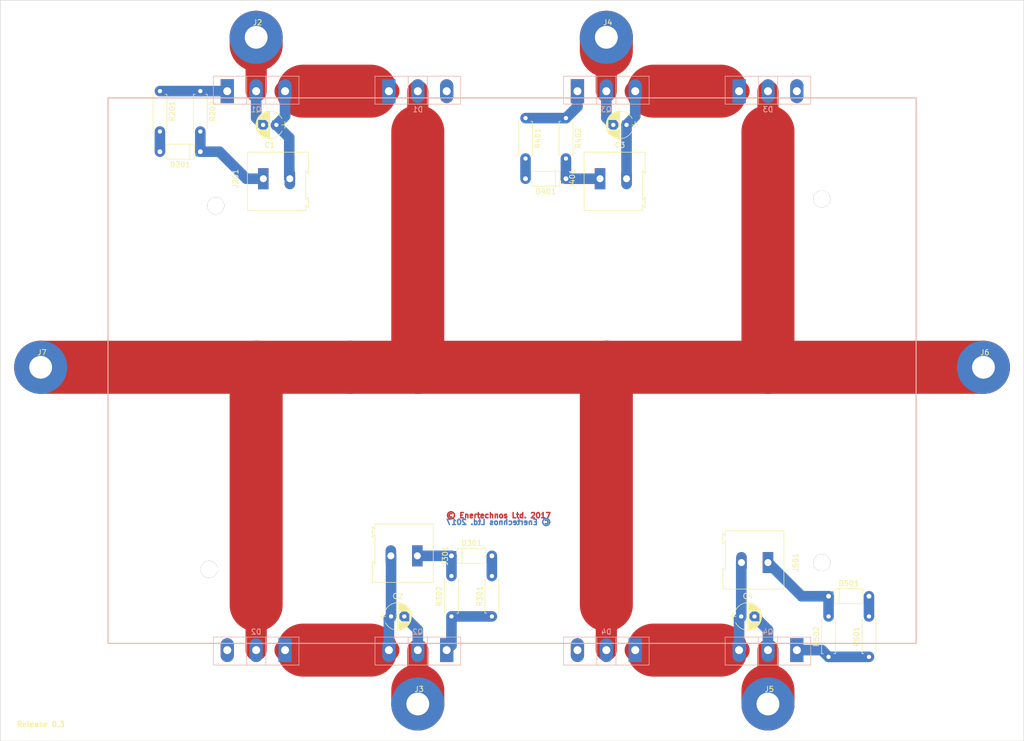
<source format=kicad_pcb>
(kicad_pcb (version 4) (host pcbnew 4.0.7)

  (general
    (links 45)
    (no_connects 0)
    (area 27.889999 20.269999 221.030001 160.070001)
    (thickness 1.6)
    (drawings 60)
    (tracks 93)
    (zones 0)
    (modules 38)
    (nets 26)
  )

  (page A4)
  (title_block
    (title "Power Module (Power Board)")
    (date 2018-07-31)
    (rev "Release 0.3")
    (company "Enertechnos Ltd.")
    (comment 1 "Added Mosfet protection")
  )

  (layers
    (0 F.Cu mixed)
    (31 B.Cu power)
    (32 B.Adhes user hide)
    (33 F.Adhes user hide)
    (34 B.Paste user hide)
    (35 F.Paste user hide)
    (36 B.SilkS user)
    (37 F.SilkS user)
    (38 B.Mask user)
    (39 F.Mask user)
    (40 Dwgs.User user hide)
    (41 Cmts.User user hide)
    (42 Eco1.User user hide)
    (43 Eco2.User user hide)
    (44 Edge.Cuts user)
    (45 Margin user hide)
    (46 B.CrtYd user hide)
    (47 F.CrtYd user hide)
    (48 B.Fab user hide)
    (49 F.Fab user hide)
  )

  (setup
    (last_trace_width 2)
    (trace_clearance 0.4)
    (zone_clearance 0.508)
    (zone_45_only no)
    (trace_min 0.2)
    (segment_width 0.2)
    (edge_width 0.1)
    (via_size 1.5)
    (via_drill 1)
    (via_min_size 0.4)
    (via_min_drill 0.3)
    (uvia_size 1)
    (uvia_drill 0.5)
    (uvias_allowed no)
    (uvia_min_size 0.2)
    (uvia_min_drill 0.1)
    (pcb_text_width 0.3)
    (pcb_text_size 1.5 1.5)
    (mod_edge_width 0.15)
    (mod_text_size 1 1)
    (mod_text_width 0.15)
    (pad_size 1.5 1.5)
    (pad_drill 0.6)
    (pad_to_mask_clearance 0)
    (aux_axis_origin 27.94 160.655)
    (visible_elements 7FFFEF1F)
    (pcbplotparams
      (layerselection 0x010f0_80000001)
      (usegerberextensions false)
      (excludeedgelayer true)
      (linewidth 0.100000)
      (plotframeref false)
      (viasonmask false)
      (mode 1)
      (useauxorigin true)
      (hpglpennumber 1)
      (hpglpenspeed 20)
      (hpglpendiameter 15)
      (hpglpenoverlay 2)
      (psnegative false)
      (psa4output false)
      (plotreference true)
      (plotvalue true)
      (plotinvisibletext false)
      (padsonsilk false)
      (subtractmaskfromsilk false)
      (outputformat 1)
      (mirror false)
      (drillshape 0)
      (scaleselection 1)
      (outputdirectory Plot/))
  )

  (net 0 "")
  (net 1 GND_ISO_1)
  (net 2 "Net-(C1-Pad2)")
  (net 3 GND_ISO_2)
  (net 4 "Net-(C2-Pad2)")
  (net 5 GND_ISO_3)
  (net 6 "Net-(C3-Pad2)")
  (net 7 GND_ISO_4)
  (net 8 "Net-(C4-Pad2)")
  (net 9 "/SinglePowerSwitch 1/PWR_OUT")
  (net 10 DRV_GATE_1)
  (net 11 DRV_GATE_2)
  (net 12 DRV_GATE_3)
  (net 13 DRV_GATE_4)
  (net 14 "Net-(D1-Pad3)")
  (net 15 "Net-(D2-Pad3)")
  (net 16 "Net-(D3-Pad3)")
  (net 17 "Net-(D4-Pad3)")
  (net 18 "Net-(D201-Pad2)")
  (net 19 "Net-(D301-Pad2)")
  (net 20 "Net-(D401-Pad2)")
  (net 21 "Net-(D501-Pad2)")
  (net 22 "Net-(Q1-Pad1)")
  (net 23 "Net-(Q2-Pad1)")
  (net 24 "Net-(Q3-Pad1)")
  (net 25 "Net-(Q4-Pad1)")

  (net_class Default "This is the default net class."
    (clearance 0.4)
    (trace_width 2)
    (via_dia 1.5)
    (via_drill 1)
    (uvia_dia 1)
    (uvia_drill 0.5)
    (add_net "/SinglePowerSwitch 1/PWR_OUT")
    (add_net DRV_GATE_1)
    (add_net DRV_GATE_2)
    (add_net DRV_GATE_3)
    (add_net DRV_GATE_4)
    (add_net GND_ISO_1)
    (add_net GND_ISO_2)
    (add_net GND_ISO_3)
    (add_net GND_ISO_4)
    (add_net "Net-(C1-Pad2)")
    (add_net "Net-(C2-Pad2)")
    (add_net "Net-(C3-Pad2)")
    (add_net "Net-(C4-Pad2)")
    (add_net "Net-(D1-Pad3)")
    (add_net "Net-(D2-Pad3)")
    (add_net "Net-(D201-Pad2)")
    (add_net "Net-(D3-Pad3)")
    (add_net "Net-(D301-Pad2)")
    (add_net "Net-(D4-Pad3)")
    (add_net "Net-(D401-Pad2)")
    (add_net "Net-(D501-Pad2)")
    (add_net "Net-(Q1-Pad1)")
    (add_net "Net-(Q2-Pad1)")
    (add_net "Net-(Q3-Pad1)")
    (add_net "Net-(Q4-Pad1)")
  )

  (module PartsLibraries:MountingHole_M3 (layer F.Cu) (tedit 5AC5E77E) (tstamp 5AC5FD16)
    (at 182.88 127)
    (descr "module 1 pin (ou trou mecanique de percage)")
    (tags DEV)
    (fp_text reference Ref** (at 0 -3.048) (layer F.SilkS) hide
      (effects (font (size 1 1) (thickness 0.15)))
    )
    (fp_text value Mount (at 0 3) (layer F.Fab) hide
      (effects (font (size 1 1) (thickness 0.15)))
    )
    (pad 1 thru_hole circle (at 0 0) (size 3.2 3.2) (drill 3.2) (layers *.Cu)
      (clearance 1) (zone_connect 2))
  )

  (module PartsLibraries:MountingHole_M3 (layer F.Cu) (tedit 5AC5E77E) (tstamp 5AC5FD10)
    (at 67.31 128.27)
    (descr "module 1 pin (ou trou mecanique de percage)")
    (tags DEV)
    (fp_text reference Ref** (at 0 -3.048) (layer F.SilkS) hide
      (effects (font (size 1 1) (thickness 0.15)))
    )
    (fp_text value Mount (at 0 3) (layer F.Fab) hide
      (effects (font (size 1 1) (thickness 0.15)))
    )
    (pad 1 thru_hole circle (at 0 0) (size 3.2 3.2) (drill 3.2) (layers *.Cu)
      (clearance 1) (zone_connect 2))
  )

  (module PartsLibraries:MountingHole_M3 (layer F.Cu) (tedit 5AC5E77E) (tstamp 5AC5FD0C)
    (at 182.88 58.42)
    (descr "module 1 pin (ou trou mecanique de percage)")
    (tags DEV)
    (fp_text reference Ref** (at 0 -3.048) (layer F.SilkS) hide
      (effects (font (size 1 1) (thickness 0.15)))
    )
    (fp_text value Mount (at 0 3) (layer F.Fab) hide
      (effects (font (size 1 1) (thickness 0.15)))
    )
    (pad 1 thru_hole circle (at 0 0) (size 3.2 3.2) (drill 3.2) (layers *.Cu)
      (clearance 1) (zone_connect 2))
  )

  (module TO_SOT_Packages_THT:TO-247_TO-3P_Vertical (layer B.Cu) (tedit 58CE52AE) (tstamp 59AF08C9)
    (at 101.23 38.1)
    (descr "TO-247, Vertical, RM 5.45mm, TO-3P")
    (tags "TO-247 Vertical RM 5.45mm TO-3P")
    (path /59AEDD49/59AEE007)
    (fp_text reference D1 (at 5.45 3.45) (layer B.SilkS)
      (effects (font (size 1 1) (thickness 0.15)) (justify mirror))
    )
    (fp_text value PWR_DIODE (at 5.45 -6.07) (layer B.Fab)
      (effects (font (size 1 1) (thickness 0.15)) (justify mirror))
    )
    (fp_text user %R (at 5.45 3.45) (layer B.Fab)
      (effects (font (size 1 1) (thickness 0.15)) (justify mirror))
    )
    (fp_line (start -2.5 2.33) (end -2.5 -2.7) (layer B.Fab) (width 0.1))
    (fp_line (start -2.5 -2.7) (end 13.4 -2.7) (layer B.Fab) (width 0.1))
    (fp_line (start 13.4 -2.7) (end 13.4 2.33) (layer B.Fab) (width 0.1))
    (fp_line (start 13.4 2.33) (end -2.5 2.33) (layer B.Fab) (width 0.1))
    (fp_line (start 3.645 2.33) (end 3.645 -2.7) (layer B.Fab) (width 0.1))
    (fp_line (start 7.255 2.33) (end 7.255 -2.7) (layer B.Fab) (width 0.1))
    (fp_line (start -2.62 2.451) (end 13.52 2.451) (layer B.SilkS) (width 0.12))
    (fp_line (start -2.62 -2.82) (end 13.52 -2.82) (layer B.SilkS) (width 0.12))
    (fp_line (start -2.62 2.451) (end -2.62 -2.82) (layer B.SilkS) (width 0.12))
    (fp_line (start 13.52 2.451) (end 13.52 -2.82) (layer B.SilkS) (width 0.12))
    (fp_line (start 3.646 2.451) (end 3.646 -2.82) (layer B.SilkS) (width 0.12))
    (fp_line (start 7.255 2.451) (end 7.255 -2.82) (layer B.SilkS) (width 0.12))
    (fp_line (start -2.75 2.59) (end -2.75 -2.95) (layer B.CrtYd) (width 0.05))
    (fp_line (start -2.75 -2.95) (end 13.65 -2.95) (layer B.CrtYd) (width 0.05))
    (fp_line (start 13.65 -2.95) (end 13.65 2.59) (layer B.CrtYd) (width 0.05))
    (fp_line (start 13.65 2.59) (end -2.75 2.59) (layer B.CrtYd) (width 0.05))
    (pad 1 thru_hole rect (at 0 0) (size 2.5 4.5) (drill 1.5) (layers *.Cu *.Mask)
      (net 1 GND_ISO_1))
    (pad 2 thru_hole oval (at 5.45 0) (size 2.5 4.5) (drill 1.5) (layers *.Cu *.Mask)
      (net 9 "/SinglePowerSwitch 1/PWR_OUT"))
    (pad 3 thru_hole oval (at 10.9 0) (size 2.5 4.5) (drill 1.5) (layers *.Cu *.Mask)
      (net 14 "Net-(D1-Pad3)"))
    (model ${KISYS3DMOD}/TO_SOT_Packages_THT.3dshapes/TO-247_TO-3P_Vertical.wrl
      (at (xyz 0.212598 0 0))
      (scale (xyz 1 1 1))
      (rotate (xyz 0 0 0))
    )
  )

  (module TO_SOT_Packages_THT:TO-247_TO-3P_Vertical (layer B.Cu) (tedit 58CE52AE) (tstamp 59AF08E1)
    (at 81.65 143.51 180)
    (descr "TO-247, Vertical, RM 5.45mm, TO-3P")
    (tags "TO-247 Vertical RM 5.45mm TO-3P")
    (path /59AEEDCB/59AEE007)
    (fp_text reference D2 (at 5.45 3.45 180) (layer B.SilkS)
      (effects (font (size 1 1) (thickness 0.15)) (justify mirror))
    )
    (fp_text value PWR_DIODE (at 5.45 -6.07 180) (layer B.Fab)
      (effects (font (size 1 1) (thickness 0.15)) (justify mirror))
    )
    (fp_text user %R (at 5.45 3.45 180) (layer B.Fab)
      (effects (font (size 1 1) (thickness 0.15)) (justify mirror))
    )
    (fp_line (start -2.5 2.33) (end -2.5 -2.7) (layer B.Fab) (width 0.1))
    (fp_line (start -2.5 -2.7) (end 13.4 -2.7) (layer B.Fab) (width 0.1))
    (fp_line (start 13.4 -2.7) (end 13.4 2.33) (layer B.Fab) (width 0.1))
    (fp_line (start 13.4 2.33) (end -2.5 2.33) (layer B.Fab) (width 0.1))
    (fp_line (start 3.645 2.33) (end 3.645 -2.7) (layer B.Fab) (width 0.1))
    (fp_line (start 7.255 2.33) (end 7.255 -2.7) (layer B.Fab) (width 0.1))
    (fp_line (start -2.62 2.451) (end 13.52 2.451) (layer B.SilkS) (width 0.12))
    (fp_line (start -2.62 -2.82) (end 13.52 -2.82) (layer B.SilkS) (width 0.12))
    (fp_line (start -2.62 2.451) (end -2.62 -2.82) (layer B.SilkS) (width 0.12))
    (fp_line (start 13.52 2.451) (end 13.52 -2.82) (layer B.SilkS) (width 0.12))
    (fp_line (start 3.646 2.451) (end 3.646 -2.82) (layer B.SilkS) (width 0.12))
    (fp_line (start 7.255 2.451) (end 7.255 -2.82) (layer B.SilkS) (width 0.12))
    (fp_line (start -2.75 2.59) (end -2.75 -2.95) (layer B.CrtYd) (width 0.05))
    (fp_line (start -2.75 -2.95) (end 13.65 -2.95) (layer B.CrtYd) (width 0.05))
    (fp_line (start 13.65 -2.95) (end 13.65 2.59) (layer B.CrtYd) (width 0.05))
    (fp_line (start 13.65 2.59) (end -2.75 2.59) (layer B.CrtYd) (width 0.05))
    (pad 1 thru_hole rect (at 0 0 180) (size 2.5 4.5) (drill 1.5) (layers *.Cu *.Mask)
      (net 3 GND_ISO_2))
    (pad 2 thru_hole oval (at 5.45 0 180) (size 2.5 4.5) (drill 1.5) (layers *.Cu *.Mask)
      (net 9 "/SinglePowerSwitch 1/PWR_OUT"))
    (pad 3 thru_hole oval (at 10.9 0 180) (size 2.5 4.5) (drill 1.5) (layers *.Cu *.Mask)
      (net 15 "Net-(D2-Pad3)"))
    (model ${KISYS3DMOD}/TO_SOT_Packages_THT.3dshapes/TO-247_TO-3P_Vertical.wrl
      (at (xyz 0.212598 0 0))
      (scale (xyz 1 1 1))
      (rotate (xyz 0 0 0))
    )
  )

  (module TO_SOT_Packages_THT:TO-247_TO-3P_Vertical (layer B.Cu) (tedit 58CE52AE) (tstamp 59AF08F9)
    (at 167.27 38.1)
    (descr "TO-247, Vertical, RM 5.45mm, TO-3P")
    (tags "TO-247 Vertical RM 5.45mm TO-3P")
    (path /59AEEFC6/59AEE007)
    (fp_text reference D3 (at 5.45 3.45) (layer B.SilkS)
      (effects (font (size 1 1) (thickness 0.15)) (justify mirror))
    )
    (fp_text value PWR_DIODE (at 5.45 -6.07) (layer B.Fab)
      (effects (font (size 1 1) (thickness 0.15)) (justify mirror))
    )
    (fp_text user %R (at 5.45 3.45) (layer B.Fab)
      (effects (font (size 1 1) (thickness 0.15)) (justify mirror))
    )
    (fp_line (start -2.5 2.33) (end -2.5 -2.7) (layer B.Fab) (width 0.1))
    (fp_line (start -2.5 -2.7) (end 13.4 -2.7) (layer B.Fab) (width 0.1))
    (fp_line (start 13.4 -2.7) (end 13.4 2.33) (layer B.Fab) (width 0.1))
    (fp_line (start 13.4 2.33) (end -2.5 2.33) (layer B.Fab) (width 0.1))
    (fp_line (start 3.645 2.33) (end 3.645 -2.7) (layer B.Fab) (width 0.1))
    (fp_line (start 7.255 2.33) (end 7.255 -2.7) (layer B.Fab) (width 0.1))
    (fp_line (start -2.62 2.451) (end 13.52 2.451) (layer B.SilkS) (width 0.12))
    (fp_line (start -2.62 -2.82) (end 13.52 -2.82) (layer B.SilkS) (width 0.12))
    (fp_line (start -2.62 2.451) (end -2.62 -2.82) (layer B.SilkS) (width 0.12))
    (fp_line (start 13.52 2.451) (end 13.52 -2.82) (layer B.SilkS) (width 0.12))
    (fp_line (start 3.646 2.451) (end 3.646 -2.82) (layer B.SilkS) (width 0.12))
    (fp_line (start 7.255 2.451) (end 7.255 -2.82) (layer B.SilkS) (width 0.12))
    (fp_line (start -2.75 2.59) (end -2.75 -2.95) (layer B.CrtYd) (width 0.05))
    (fp_line (start -2.75 -2.95) (end 13.65 -2.95) (layer B.CrtYd) (width 0.05))
    (fp_line (start 13.65 -2.95) (end 13.65 2.59) (layer B.CrtYd) (width 0.05))
    (fp_line (start 13.65 2.59) (end -2.75 2.59) (layer B.CrtYd) (width 0.05))
    (pad 1 thru_hole rect (at 0 0) (size 2.5 4.5) (drill 1.5) (layers *.Cu *.Mask)
      (net 5 GND_ISO_3))
    (pad 2 thru_hole oval (at 5.45 0) (size 2.5 4.5) (drill 1.5) (layers *.Cu *.Mask)
      (net 9 "/SinglePowerSwitch 1/PWR_OUT"))
    (pad 3 thru_hole oval (at 10.9 0) (size 2.5 4.5) (drill 1.5) (layers *.Cu *.Mask)
      (net 16 "Net-(D3-Pad3)"))
    (model ${KISYS3DMOD}/TO_SOT_Packages_THT.3dshapes/TO-247_TO-3P_Vertical.wrl
      (at (xyz 0.212598 0 0))
      (scale (xyz 1 1 1))
      (rotate (xyz 0 0 0))
    )
  )

  (module TO_SOT_Packages_THT:TO-247_TO-3P_Vertical (layer B.Cu) (tedit 58CE52AE) (tstamp 59AF0911)
    (at 147.69 143.51 180)
    (descr "TO-247, Vertical, RM 5.45mm, TO-3P")
    (tags "TO-247 Vertical RM 5.45mm TO-3P")
    (path /59AEEFCD/59AEE007)
    (fp_text reference D4 (at 5.45 3.45 180) (layer B.SilkS)
      (effects (font (size 1 1) (thickness 0.15)) (justify mirror))
    )
    (fp_text value PWR_DIODE (at 5.45 -6.07 180) (layer B.Fab)
      (effects (font (size 1 1) (thickness 0.15)) (justify mirror))
    )
    (fp_text user %R (at 5.45 3.45 180) (layer B.Fab)
      (effects (font (size 1 1) (thickness 0.15)) (justify mirror))
    )
    (fp_line (start -2.5 2.33) (end -2.5 -2.7) (layer B.Fab) (width 0.1))
    (fp_line (start -2.5 -2.7) (end 13.4 -2.7) (layer B.Fab) (width 0.1))
    (fp_line (start 13.4 -2.7) (end 13.4 2.33) (layer B.Fab) (width 0.1))
    (fp_line (start 13.4 2.33) (end -2.5 2.33) (layer B.Fab) (width 0.1))
    (fp_line (start 3.645 2.33) (end 3.645 -2.7) (layer B.Fab) (width 0.1))
    (fp_line (start 7.255 2.33) (end 7.255 -2.7) (layer B.Fab) (width 0.1))
    (fp_line (start -2.62 2.451) (end 13.52 2.451) (layer B.SilkS) (width 0.12))
    (fp_line (start -2.62 -2.82) (end 13.52 -2.82) (layer B.SilkS) (width 0.12))
    (fp_line (start -2.62 2.451) (end -2.62 -2.82) (layer B.SilkS) (width 0.12))
    (fp_line (start 13.52 2.451) (end 13.52 -2.82) (layer B.SilkS) (width 0.12))
    (fp_line (start 3.646 2.451) (end 3.646 -2.82) (layer B.SilkS) (width 0.12))
    (fp_line (start 7.255 2.451) (end 7.255 -2.82) (layer B.SilkS) (width 0.12))
    (fp_line (start -2.75 2.59) (end -2.75 -2.95) (layer B.CrtYd) (width 0.05))
    (fp_line (start -2.75 -2.95) (end 13.65 -2.95) (layer B.CrtYd) (width 0.05))
    (fp_line (start 13.65 -2.95) (end 13.65 2.59) (layer B.CrtYd) (width 0.05))
    (fp_line (start 13.65 2.59) (end -2.75 2.59) (layer B.CrtYd) (width 0.05))
    (pad 1 thru_hole rect (at 0 0 180) (size 2.5 4.5) (drill 1.5) (layers *.Cu *.Mask)
      (net 7 GND_ISO_4))
    (pad 2 thru_hole oval (at 5.45 0 180) (size 2.5 4.5) (drill 1.5) (layers *.Cu *.Mask)
      (net 9 "/SinglePowerSwitch 1/PWR_OUT"))
    (pad 3 thru_hole oval (at 10.9 0 180) (size 2.5 4.5) (drill 1.5) (layers *.Cu *.Mask)
      (net 17 "Net-(D4-Pad3)"))
    (model ${KISYS3DMOD}/TO_SOT_Packages_THT.3dshapes/TO-247_TO-3P_Vertical.wrl
      (at (xyz 0.212598 0 0))
      (scale (xyz 1 1 1))
      (rotate (xyz 0 0 0))
    )
  )

  (module TO_SOT_Packages_THT:TO-247_TO-3P_Vertical (layer B.Cu) (tedit 58CE52AE) (tstamp 59AF096E)
    (at 70.75 38.1)
    (descr "TO-247, Vertical, RM 5.45mm, TO-3P")
    (tags "TO-247 Vertical RM 5.45mm TO-3P")
    (path /59AEDD49/59AEE014)
    (fp_text reference Q1 (at 5.45 3.45) (layer B.SilkS)
      (effects (font (size 1 1) (thickness 0.15)) (justify mirror))
    )
    (fp_text value RFP12N10L (at 5.45 -6.07) (layer B.Fab)
      (effects (font (size 1 1) (thickness 0.15)) (justify mirror))
    )
    (fp_text user %R (at 5.45 3.45) (layer B.Fab)
      (effects (font (size 1 1) (thickness 0.15)) (justify mirror))
    )
    (fp_line (start -2.5 2.33) (end -2.5 -2.7) (layer B.Fab) (width 0.1))
    (fp_line (start -2.5 -2.7) (end 13.4 -2.7) (layer B.Fab) (width 0.1))
    (fp_line (start 13.4 -2.7) (end 13.4 2.33) (layer B.Fab) (width 0.1))
    (fp_line (start 13.4 2.33) (end -2.5 2.33) (layer B.Fab) (width 0.1))
    (fp_line (start 3.645 2.33) (end 3.645 -2.7) (layer B.Fab) (width 0.1))
    (fp_line (start 7.255 2.33) (end 7.255 -2.7) (layer B.Fab) (width 0.1))
    (fp_line (start -2.62 2.451) (end 13.52 2.451) (layer B.SilkS) (width 0.12))
    (fp_line (start -2.62 -2.82) (end 13.52 -2.82) (layer B.SilkS) (width 0.12))
    (fp_line (start -2.62 2.451) (end -2.62 -2.82) (layer B.SilkS) (width 0.12))
    (fp_line (start 13.52 2.451) (end 13.52 -2.82) (layer B.SilkS) (width 0.12))
    (fp_line (start 3.646 2.451) (end 3.646 -2.82) (layer B.SilkS) (width 0.12))
    (fp_line (start 7.255 2.451) (end 7.255 -2.82) (layer B.SilkS) (width 0.12))
    (fp_line (start -2.75 2.59) (end -2.75 -2.95) (layer B.CrtYd) (width 0.05))
    (fp_line (start -2.75 -2.95) (end 13.65 -2.95) (layer B.CrtYd) (width 0.05))
    (fp_line (start 13.65 -2.95) (end 13.65 2.59) (layer B.CrtYd) (width 0.05))
    (fp_line (start 13.65 2.59) (end -2.75 2.59) (layer B.CrtYd) (width 0.05))
    (pad 1 thru_hole rect (at 0 0) (size 2.5 4.5) (drill 1.5) (layers *.Cu *.Mask)
      (net 22 "Net-(Q1-Pad1)"))
    (pad 2 thru_hole oval (at 5.45 0) (size 2.5 4.5) (drill 1.5) (layers *.Cu *.Mask)
      (net 2 "Net-(C1-Pad2)"))
    (pad 3 thru_hole oval (at 10.9 0) (size 2.5 4.5) (drill 1.5) (layers *.Cu *.Mask)
      (net 1 GND_ISO_1))
    (model ${KISYS3DMOD}/TO_SOT_Packages_THT.3dshapes/TO-247_TO-3P_Vertical.wrl
      (at (xyz 0.212598 0 0))
      (scale (xyz 1 1 1))
      (rotate (xyz 0 0 0))
    )
  )

  (module TO_SOT_Packages_THT:TO-247_TO-3P_Vertical (layer B.Cu) (tedit 58CE52AE) (tstamp 59AF0986)
    (at 112.13 143.51 180)
    (descr "TO-247, Vertical, RM 5.45mm, TO-3P")
    (tags "TO-247 Vertical RM 5.45mm TO-3P")
    (path /59AEEDCB/59AEE014)
    (fp_text reference Q2 (at 5.45 3.45 180) (layer B.SilkS)
      (effects (font (size 1 1) (thickness 0.15)) (justify mirror))
    )
    (fp_text value RFP12N10L (at 5.45 -6.07 180) (layer B.Fab)
      (effects (font (size 1 1) (thickness 0.15)) (justify mirror))
    )
    (fp_text user %R (at 5.45 3.45 180) (layer B.Fab)
      (effects (font (size 1 1) (thickness 0.15)) (justify mirror))
    )
    (fp_line (start -2.5 2.33) (end -2.5 -2.7) (layer B.Fab) (width 0.1))
    (fp_line (start -2.5 -2.7) (end 13.4 -2.7) (layer B.Fab) (width 0.1))
    (fp_line (start 13.4 -2.7) (end 13.4 2.33) (layer B.Fab) (width 0.1))
    (fp_line (start 13.4 2.33) (end -2.5 2.33) (layer B.Fab) (width 0.1))
    (fp_line (start 3.645 2.33) (end 3.645 -2.7) (layer B.Fab) (width 0.1))
    (fp_line (start 7.255 2.33) (end 7.255 -2.7) (layer B.Fab) (width 0.1))
    (fp_line (start -2.62 2.451) (end 13.52 2.451) (layer B.SilkS) (width 0.12))
    (fp_line (start -2.62 -2.82) (end 13.52 -2.82) (layer B.SilkS) (width 0.12))
    (fp_line (start -2.62 2.451) (end -2.62 -2.82) (layer B.SilkS) (width 0.12))
    (fp_line (start 13.52 2.451) (end 13.52 -2.82) (layer B.SilkS) (width 0.12))
    (fp_line (start 3.646 2.451) (end 3.646 -2.82) (layer B.SilkS) (width 0.12))
    (fp_line (start 7.255 2.451) (end 7.255 -2.82) (layer B.SilkS) (width 0.12))
    (fp_line (start -2.75 2.59) (end -2.75 -2.95) (layer B.CrtYd) (width 0.05))
    (fp_line (start -2.75 -2.95) (end 13.65 -2.95) (layer B.CrtYd) (width 0.05))
    (fp_line (start 13.65 -2.95) (end 13.65 2.59) (layer B.CrtYd) (width 0.05))
    (fp_line (start 13.65 2.59) (end -2.75 2.59) (layer B.CrtYd) (width 0.05))
    (pad 1 thru_hole rect (at 0 0 180) (size 2.5 4.5) (drill 1.5) (layers *.Cu *.Mask)
      (net 23 "Net-(Q2-Pad1)"))
    (pad 2 thru_hole oval (at 5.45 0 180) (size 2.5 4.5) (drill 1.5) (layers *.Cu *.Mask)
      (net 4 "Net-(C2-Pad2)"))
    (pad 3 thru_hole oval (at 10.9 0 180) (size 2.5 4.5) (drill 1.5) (layers *.Cu *.Mask)
      (net 3 GND_ISO_2))
    (model ${KISYS3DMOD}/TO_SOT_Packages_THT.3dshapes/TO-247_TO-3P_Vertical.wrl
      (at (xyz 0.212598 0 0))
      (scale (xyz 1 1 1))
      (rotate (xyz 0 0 0))
    )
  )

  (module TO_SOT_Packages_THT:TO-247_TO-3P_Vertical (layer B.Cu) (tedit 58CE52AE) (tstamp 59AF099E)
    (at 136.79 38.1)
    (descr "TO-247, Vertical, RM 5.45mm, TO-3P")
    (tags "TO-247 Vertical RM 5.45mm TO-3P")
    (path /59AEEFC6/59AEE014)
    (fp_text reference Q3 (at 5.45 3.45) (layer B.SilkS)
      (effects (font (size 1 1) (thickness 0.15)) (justify mirror))
    )
    (fp_text value RFP12N10L (at 5.45 -6.07) (layer B.Fab)
      (effects (font (size 1 1) (thickness 0.15)) (justify mirror))
    )
    (fp_text user %R (at 5.45 3.45) (layer B.Fab)
      (effects (font (size 1 1) (thickness 0.15)) (justify mirror))
    )
    (fp_line (start -2.5 2.33) (end -2.5 -2.7) (layer B.Fab) (width 0.1))
    (fp_line (start -2.5 -2.7) (end 13.4 -2.7) (layer B.Fab) (width 0.1))
    (fp_line (start 13.4 -2.7) (end 13.4 2.33) (layer B.Fab) (width 0.1))
    (fp_line (start 13.4 2.33) (end -2.5 2.33) (layer B.Fab) (width 0.1))
    (fp_line (start 3.645 2.33) (end 3.645 -2.7) (layer B.Fab) (width 0.1))
    (fp_line (start 7.255 2.33) (end 7.255 -2.7) (layer B.Fab) (width 0.1))
    (fp_line (start -2.62 2.451) (end 13.52 2.451) (layer B.SilkS) (width 0.12))
    (fp_line (start -2.62 -2.82) (end 13.52 -2.82) (layer B.SilkS) (width 0.12))
    (fp_line (start -2.62 2.451) (end -2.62 -2.82) (layer B.SilkS) (width 0.12))
    (fp_line (start 13.52 2.451) (end 13.52 -2.82) (layer B.SilkS) (width 0.12))
    (fp_line (start 3.646 2.451) (end 3.646 -2.82) (layer B.SilkS) (width 0.12))
    (fp_line (start 7.255 2.451) (end 7.255 -2.82) (layer B.SilkS) (width 0.12))
    (fp_line (start -2.75 2.59) (end -2.75 -2.95) (layer B.CrtYd) (width 0.05))
    (fp_line (start -2.75 -2.95) (end 13.65 -2.95) (layer B.CrtYd) (width 0.05))
    (fp_line (start 13.65 -2.95) (end 13.65 2.59) (layer B.CrtYd) (width 0.05))
    (fp_line (start 13.65 2.59) (end -2.75 2.59) (layer B.CrtYd) (width 0.05))
    (pad 1 thru_hole rect (at 0 0) (size 2.5 4.5) (drill 1.5) (layers *.Cu *.Mask)
      (net 24 "Net-(Q3-Pad1)"))
    (pad 2 thru_hole oval (at 5.45 0) (size 2.5 4.5) (drill 1.5) (layers *.Cu *.Mask)
      (net 6 "Net-(C3-Pad2)"))
    (pad 3 thru_hole oval (at 10.9 0) (size 2.5 4.5) (drill 1.5) (layers *.Cu *.Mask)
      (net 5 GND_ISO_3))
    (model ${KISYS3DMOD}/TO_SOT_Packages_THT.3dshapes/TO-247_TO-3P_Vertical.wrl
      (at (xyz 0.212598 0 0))
      (scale (xyz 1 1 1))
      (rotate (xyz 0 0 0))
    )
  )

  (module TO_SOT_Packages_THT:TO-247_TO-3P_Vertical (layer B.Cu) (tedit 58CE52AE) (tstamp 59AF09B6)
    (at 178.17 143.51 180)
    (descr "TO-247, Vertical, RM 5.45mm, TO-3P")
    (tags "TO-247 Vertical RM 5.45mm TO-3P")
    (path /59AEEFCD/59AEE014)
    (fp_text reference Q4 (at 5.45 3.45 180) (layer B.SilkS)
      (effects (font (size 1 1) (thickness 0.15)) (justify mirror))
    )
    (fp_text value RFP12N10L (at 5.45 -6.07 180) (layer B.Fab)
      (effects (font (size 1 1) (thickness 0.15)) (justify mirror))
    )
    (fp_text user %R (at 5.45 3.45 180) (layer B.Fab)
      (effects (font (size 1 1) (thickness 0.15)) (justify mirror))
    )
    (fp_line (start -2.5 2.33) (end -2.5 -2.7) (layer B.Fab) (width 0.1))
    (fp_line (start -2.5 -2.7) (end 13.4 -2.7) (layer B.Fab) (width 0.1))
    (fp_line (start 13.4 -2.7) (end 13.4 2.33) (layer B.Fab) (width 0.1))
    (fp_line (start 13.4 2.33) (end -2.5 2.33) (layer B.Fab) (width 0.1))
    (fp_line (start 3.645 2.33) (end 3.645 -2.7) (layer B.Fab) (width 0.1))
    (fp_line (start 7.255 2.33) (end 7.255 -2.7) (layer B.Fab) (width 0.1))
    (fp_line (start -2.62 2.451) (end 13.52 2.451) (layer B.SilkS) (width 0.12))
    (fp_line (start -2.62 -2.82) (end 13.52 -2.82) (layer B.SilkS) (width 0.12))
    (fp_line (start -2.62 2.451) (end -2.62 -2.82) (layer B.SilkS) (width 0.12))
    (fp_line (start 13.52 2.451) (end 13.52 -2.82) (layer B.SilkS) (width 0.12))
    (fp_line (start 3.646 2.451) (end 3.646 -2.82) (layer B.SilkS) (width 0.12))
    (fp_line (start 7.255 2.451) (end 7.255 -2.82) (layer B.SilkS) (width 0.12))
    (fp_line (start -2.75 2.59) (end -2.75 -2.95) (layer B.CrtYd) (width 0.05))
    (fp_line (start -2.75 -2.95) (end 13.65 -2.95) (layer B.CrtYd) (width 0.05))
    (fp_line (start 13.65 -2.95) (end 13.65 2.59) (layer B.CrtYd) (width 0.05))
    (fp_line (start 13.65 2.59) (end -2.75 2.59) (layer B.CrtYd) (width 0.05))
    (pad 1 thru_hole rect (at 0 0 180) (size 2.5 4.5) (drill 1.5) (layers *.Cu *.Mask)
      (net 25 "Net-(Q4-Pad1)"))
    (pad 2 thru_hole oval (at 5.45 0 180) (size 2.5 4.5) (drill 1.5) (layers *.Cu *.Mask)
      (net 8 "Net-(C4-Pad2)"))
    (pad 3 thru_hole oval (at 10.9 0 180) (size 2.5 4.5) (drill 1.5) (layers *.Cu *.Mask)
      (net 7 GND_ISO_4))
    (model ${KISYS3DMOD}/TO_SOT_Packages_THT.3dshapes/TO-247_TO-3P_Vertical.wrl
      (at (xyz 0.212598 0 0))
      (scale (xyz 1 1 1))
      (rotate (xyz 0 0 0))
    )
  )

  (module PartsLibraries:MountingHole_M3 (layer F.Cu) (tedit 5AC5E77E) (tstamp 5AC5FD03)
    (at 68.58 59.69)
    (descr "module 1 pin (ou trou mecanique de percage)")
    (tags DEV)
    (fp_text reference Ref** (at 0 -3.048) (layer F.SilkS) hide
      (effects (font (size 1 1) (thickness 0.15)))
    )
    (fp_text value Mount (at 0 3) (layer F.Fab) hide
      (effects (font (size 1 1) (thickness 0.15)))
    )
    (pad 1 thru_hole circle (at 0 0) (size 3.2 3.2) (drill 3.2) (layers *.Cu)
      (clearance 1) (zone_connect 2))
  )

  (module Diodes_THT:D_A-405_P7.62mm_Horizontal (layer F.Cu) (tedit 5921392E) (tstamp 5B574123)
    (at 65.670748 49.515536 180)
    (descr "D, A-405 series, Axial, Horizontal, pin pitch=7.62mm, , length*diameter=5.2*2.7mm^2, , http://www.diodes.com/_files/packages/A-405.pdf")
    (tags "D A-405 series Axial Horizontal pin pitch 7.62mm  length 5.2mm diameter 2.7mm")
    (path /59AEDD49/5B574136)
    (fp_text reference D201 (at 3.81 -2.41 180) (layer F.SilkS)
      (effects (font (size 1 1) (thickness 0.15)))
    )
    (fp_text value D (at 3.81 2.41 180) (layer F.Fab)
      (effects (font (size 1 1) (thickness 0.15)))
    )
    (fp_text user %R (at 3.81 0 180) (layer F.Fab)
      (effects (font (size 1 1) (thickness 0.15)))
    )
    (fp_line (start 1.21 -1.35) (end 1.21 1.35) (layer F.Fab) (width 0.1))
    (fp_line (start 1.21 1.35) (end 6.41 1.35) (layer F.Fab) (width 0.1))
    (fp_line (start 6.41 1.35) (end 6.41 -1.35) (layer F.Fab) (width 0.1))
    (fp_line (start 6.41 -1.35) (end 1.21 -1.35) (layer F.Fab) (width 0.1))
    (fp_line (start 0 0) (end 1.21 0) (layer F.Fab) (width 0.1))
    (fp_line (start 7.62 0) (end 6.41 0) (layer F.Fab) (width 0.1))
    (fp_line (start 1.99 -1.35) (end 1.99 1.35) (layer F.Fab) (width 0.1))
    (fp_line (start 1.15 -1.41) (end 1.15 1.41) (layer F.SilkS) (width 0.12))
    (fp_line (start 1.15 1.41) (end 6.47 1.41) (layer F.SilkS) (width 0.12))
    (fp_line (start 6.47 1.41) (end 6.47 -1.41) (layer F.SilkS) (width 0.12))
    (fp_line (start 6.47 -1.41) (end 1.15 -1.41) (layer F.SilkS) (width 0.12))
    (fp_line (start 1.08 0) (end 1.15 0) (layer F.SilkS) (width 0.12))
    (fp_line (start 6.54 0) (end 6.47 0) (layer F.SilkS) (width 0.12))
    (fp_line (start 1.99 -1.41) (end 1.99 1.41) (layer F.SilkS) (width 0.12))
    (fp_line (start -1.15 -1.7) (end -1.15 1.7) (layer F.CrtYd) (width 0.05))
    (fp_line (start -1.15 1.7) (end 8.8 1.7) (layer F.CrtYd) (width 0.05))
    (fp_line (start 8.8 1.7) (end 8.8 -1.7) (layer F.CrtYd) (width 0.05))
    (fp_line (start 8.8 -1.7) (end -1.15 -1.7) (layer F.CrtYd) (width 0.05))
    (pad 1 thru_hole rect (at 0 0 180) (size 1.8 1.8) (drill 0.9) (layers *.Cu *.Mask)
      (net 10 DRV_GATE_1))
    (pad 2 thru_hole oval (at 7.62 0 180) (size 1.8 1.8) (drill 0.9) (layers *.Cu *.Mask)
      (net 18 "Net-(D201-Pad2)"))
    (model ${KISYS3DMOD}/Diodes_THT.3dshapes/D_A-405_P7.62mm_Horizontal.wrl
      (at (xyz 0 0 0))
      (scale (xyz 0.393701 0.393701 0.393701))
      (rotate (xyz 0 0 0))
    )
  )

  (module Diodes_THT:D_A-405_P7.62mm_Horizontal (layer F.Cu) (tedit 5921392E) (tstamp 5B57413C)
    (at 113.03 125.73)
    (descr "D, A-405 series, Axial, Horizontal, pin pitch=7.62mm, , length*diameter=5.2*2.7mm^2, , http://www.diodes.com/_files/packages/A-405.pdf")
    (tags "D A-405 series Axial Horizontal pin pitch 7.62mm  length 5.2mm diameter 2.7mm")
    (path /59AEEDCB/5B574136)
    (fp_text reference D301 (at 3.81 -2.41) (layer F.SilkS)
      (effects (font (size 1 1) (thickness 0.15)))
    )
    (fp_text value D (at 3.81 2.41) (layer F.Fab)
      (effects (font (size 1 1) (thickness 0.15)))
    )
    (fp_text user %R (at 3.81 0) (layer F.Fab)
      (effects (font (size 1 1) (thickness 0.15)))
    )
    (fp_line (start 1.21 -1.35) (end 1.21 1.35) (layer F.Fab) (width 0.1))
    (fp_line (start 1.21 1.35) (end 6.41 1.35) (layer F.Fab) (width 0.1))
    (fp_line (start 6.41 1.35) (end 6.41 -1.35) (layer F.Fab) (width 0.1))
    (fp_line (start 6.41 -1.35) (end 1.21 -1.35) (layer F.Fab) (width 0.1))
    (fp_line (start 0 0) (end 1.21 0) (layer F.Fab) (width 0.1))
    (fp_line (start 7.62 0) (end 6.41 0) (layer F.Fab) (width 0.1))
    (fp_line (start 1.99 -1.35) (end 1.99 1.35) (layer F.Fab) (width 0.1))
    (fp_line (start 1.15 -1.41) (end 1.15 1.41) (layer F.SilkS) (width 0.12))
    (fp_line (start 1.15 1.41) (end 6.47 1.41) (layer F.SilkS) (width 0.12))
    (fp_line (start 6.47 1.41) (end 6.47 -1.41) (layer F.SilkS) (width 0.12))
    (fp_line (start 6.47 -1.41) (end 1.15 -1.41) (layer F.SilkS) (width 0.12))
    (fp_line (start 1.08 0) (end 1.15 0) (layer F.SilkS) (width 0.12))
    (fp_line (start 6.54 0) (end 6.47 0) (layer F.SilkS) (width 0.12))
    (fp_line (start 1.99 -1.41) (end 1.99 1.41) (layer F.SilkS) (width 0.12))
    (fp_line (start -1.15 -1.7) (end -1.15 1.7) (layer F.CrtYd) (width 0.05))
    (fp_line (start -1.15 1.7) (end 8.8 1.7) (layer F.CrtYd) (width 0.05))
    (fp_line (start 8.8 1.7) (end 8.8 -1.7) (layer F.CrtYd) (width 0.05))
    (fp_line (start 8.8 -1.7) (end -1.15 -1.7) (layer F.CrtYd) (width 0.05))
    (pad 1 thru_hole rect (at 0 0) (size 1.8 1.8) (drill 0.9) (layers *.Cu *.Mask)
      (net 11 DRV_GATE_2))
    (pad 2 thru_hole oval (at 7.62 0) (size 1.8 1.8) (drill 0.9) (layers *.Cu *.Mask)
      (net 19 "Net-(D301-Pad2)"))
    (model ${KISYS3DMOD}/Diodes_THT.3dshapes/D_A-405_P7.62mm_Horizontal.wrl
      (at (xyz 0 0 0))
      (scale (xyz 0.393701 0.393701 0.393701))
      (rotate (xyz 0 0 0))
    )
  )

  (module Diodes_THT:D_A-405_P7.62mm_Horizontal (layer F.Cu) (tedit 5921392E) (tstamp 5B574155)
    (at 134.62 54.61 180)
    (descr "D, A-405 series, Axial, Horizontal, pin pitch=7.62mm, , length*diameter=5.2*2.7mm^2, , http://www.diodes.com/_files/packages/A-405.pdf")
    (tags "D A-405 series Axial Horizontal pin pitch 7.62mm  length 5.2mm diameter 2.7mm")
    (path /59AEEFC6/5B574136)
    (fp_text reference D401 (at 3.81 -2.41 180) (layer F.SilkS)
      (effects (font (size 1 1) (thickness 0.15)))
    )
    (fp_text value D (at 3.81 2.41 180) (layer F.Fab)
      (effects (font (size 1 1) (thickness 0.15)))
    )
    (fp_text user %R (at 3.81 0 180) (layer F.Fab)
      (effects (font (size 1 1) (thickness 0.15)))
    )
    (fp_line (start 1.21 -1.35) (end 1.21 1.35) (layer F.Fab) (width 0.1))
    (fp_line (start 1.21 1.35) (end 6.41 1.35) (layer F.Fab) (width 0.1))
    (fp_line (start 6.41 1.35) (end 6.41 -1.35) (layer F.Fab) (width 0.1))
    (fp_line (start 6.41 -1.35) (end 1.21 -1.35) (layer F.Fab) (width 0.1))
    (fp_line (start 0 0) (end 1.21 0) (layer F.Fab) (width 0.1))
    (fp_line (start 7.62 0) (end 6.41 0) (layer F.Fab) (width 0.1))
    (fp_line (start 1.99 -1.35) (end 1.99 1.35) (layer F.Fab) (width 0.1))
    (fp_line (start 1.15 -1.41) (end 1.15 1.41) (layer F.SilkS) (width 0.12))
    (fp_line (start 1.15 1.41) (end 6.47 1.41) (layer F.SilkS) (width 0.12))
    (fp_line (start 6.47 1.41) (end 6.47 -1.41) (layer F.SilkS) (width 0.12))
    (fp_line (start 6.47 -1.41) (end 1.15 -1.41) (layer F.SilkS) (width 0.12))
    (fp_line (start 1.08 0) (end 1.15 0) (layer F.SilkS) (width 0.12))
    (fp_line (start 6.54 0) (end 6.47 0) (layer F.SilkS) (width 0.12))
    (fp_line (start 1.99 -1.41) (end 1.99 1.41) (layer F.SilkS) (width 0.12))
    (fp_line (start -1.15 -1.7) (end -1.15 1.7) (layer F.CrtYd) (width 0.05))
    (fp_line (start -1.15 1.7) (end 8.8 1.7) (layer F.CrtYd) (width 0.05))
    (fp_line (start 8.8 1.7) (end 8.8 -1.7) (layer F.CrtYd) (width 0.05))
    (fp_line (start 8.8 -1.7) (end -1.15 -1.7) (layer F.CrtYd) (width 0.05))
    (pad 1 thru_hole rect (at 0 0 180) (size 1.8 1.8) (drill 0.9) (layers *.Cu *.Mask)
      (net 12 DRV_GATE_3))
    (pad 2 thru_hole oval (at 7.62 0 180) (size 1.8 1.8) (drill 0.9) (layers *.Cu *.Mask)
      (net 20 "Net-(D401-Pad2)"))
    (model ${KISYS3DMOD}/Diodes_THT.3dshapes/D_A-405_P7.62mm_Horizontal.wrl
      (at (xyz 0 0 0))
      (scale (xyz 0.393701 0.393701 0.393701))
      (rotate (xyz 0 0 0))
    )
  )

  (module Diodes_THT:D_A-405_P7.62mm_Horizontal (layer F.Cu) (tedit 5921392E) (tstamp 5B57416E)
    (at 184.15 133.35)
    (descr "D, A-405 series, Axial, Horizontal, pin pitch=7.62mm, , length*diameter=5.2*2.7mm^2, , http://www.diodes.com/_files/packages/A-405.pdf")
    (tags "D A-405 series Axial Horizontal pin pitch 7.62mm  length 5.2mm diameter 2.7mm")
    (path /59AEEFCD/5B574136)
    (fp_text reference D501 (at 3.81 -2.41) (layer F.SilkS)
      (effects (font (size 1 1) (thickness 0.15)))
    )
    (fp_text value D (at 3.81 2.41) (layer F.Fab)
      (effects (font (size 1 1) (thickness 0.15)))
    )
    (fp_text user %R (at 3.81 0) (layer F.Fab)
      (effects (font (size 1 1) (thickness 0.15)))
    )
    (fp_line (start 1.21 -1.35) (end 1.21 1.35) (layer F.Fab) (width 0.1))
    (fp_line (start 1.21 1.35) (end 6.41 1.35) (layer F.Fab) (width 0.1))
    (fp_line (start 6.41 1.35) (end 6.41 -1.35) (layer F.Fab) (width 0.1))
    (fp_line (start 6.41 -1.35) (end 1.21 -1.35) (layer F.Fab) (width 0.1))
    (fp_line (start 0 0) (end 1.21 0) (layer F.Fab) (width 0.1))
    (fp_line (start 7.62 0) (end 6.41 0) (layer F.Fab) (width 0.1))
    (fp_line (start 1.99 -1.35) (end 1.99 1.35) (layer F.Fab) (width 0.1))
    (fp_line (start 1.15 -1.41) (end 1.15 1.41) (layer F.SilkS) (width 0.12))
    (fp_line (start 1.15 1.41) (end 6.47 1.41) (layer F.SilkS) (width 0.12))
    (fp_line (start 6.47 1.41) (end 6.47 -1.41) (layer F.SilkS) (width 0.12))
    (fp_line (start 6.47 -1.41) (end 1.15 -1.41) (layer F.SilkS) (width 0.12))
    (fp_line (start 1.08 0) (end 1.15 0) (layer F.SilkS) (width 0.12))
    (fp_line (start 6.54 0) (end 6.47 0) (layer F.SilkS) (width 0.12))
    (fp_line (start 1.99 -1.41) (end 1.99 1.41) (layer F.SilkS) (width 0.12))
    (fp_line (start -1.15 -1.7) (end -1.15 1.7) (layer F.CrtYd) (width 0.05))
    (fp_line (start -1.15 1.7) (end 8.8 1.7) (layer F.CrtYd) (width 0.05))
    (fp_line (start 8.8 1.7) (end 8.8 -1.7) (layer F.CrtYd) (width 0.05))
    (fp_line (start 8.8 -1.7) (end -1.15 -1.7) (layer F.CrtYd) (width 0.05))
    (pad 1 thru_hole rect (at 0 0) (size 1.8 1.8) (drill 0.9) (layers *.Cu *.Mask)
      (net 13 DRV_GATE_4))
    (pad 2 thru_hole oval (at 7.62 0) (size 1.8 1.8) (drill 0.9) (layers *.Cu *.Mask)
      (net 21 "Net-(D501-Pad2)"))
    (model ${KISYS3DMOD}/Diodes_THT.3dshapes/D_A-405_P7.62mm_Horizontal.wrl
      (at (xyz 0 0 0))
      (scale (xyz 0.393701 0.393701 0.393701))
      (rotate (xyz 0 0 0))
    )
  )

  (module Resistors_THT:R_Axial_DIN0207_L6.3mm_D2.5mm_P7.62mm_Horizontal (layer F.Cu) (tedit 5874F706) (tstamp 5B574184)
    (at 58.050748 38.085536 270)
    (descr "Resistor, Axial_DIN0207 series, Axial, Horizontal, pin pitch=7.62mm, 0.25W = 1/4W, length*diameter=6.3*2.5mm^2, http://cdn-reichelt.de/documents/datenblatt/B400/1_4W%23YAG.pdf")
    (tags "Resistor Axial_DIN0207 series Axial Horizontal pin pitch 7.62mm 0.25W = 1/4W length 6.3mm diameter 2.5mm")
    (path /59AEDD49/5B5740BD)
    (fp_text reference R201 (at 3.81 -2.31 270) (layer F.SilkS)
      (effects (font (size 1 1) (thickness 0.15)))
    )
    (fp_text value R20 (at 3.81 2.31 270) (layer F.Fab)
      (effects (font (size 1 1) (thickness 0.15)))
    )
    (fp_line (start 0.66 -1.25) (end 0.66 1.25) (layer F.Fab) (width 0.1))
    (fp_line (start 0.66 1.25) (end 6.96 1.25) (layer F.Fab) (width 0.1))
    (fp_line (start 6.96 1.25) (end 6.96 -1.25) (layer F.Fab) (width 0.1))
    (fp_line (start 6.96 -1.25) (end 0.66 -1.25) (layer F.Fab) (width 0.1))
    (fp_line (start 0 0) (end 0.66 0) (layer F.Fab) (width 0.1))
    (fp_line (start 7.62 0) (end 6.96 0) (layer F.Fab) (width 0.1))
    (fp_line (start 0.6 -0.98) (end 0.6 -1.31) (layer F.SilkS) (width 0.12))
    (fp_line (start 0.6 -1.31) (end 7.02 -1.31) (layer F.SilkS) (width 0.12))
    (fp_line (start 7.02 -1.31) (end 7.02 -0.98) (layer F.SilkS) (width 0.12))
    (fp_line (start 0.6 0.98) (end 0.6 1.31) (layer F.SilkS) (width 0.12))
    (fp_line (start 0.6 1.31) (end 7.02 1.31) (layer F.SilkS) (width 0.12))
    (fp_line (start 7.02 1.31) (end 7.02 0.98) (layer F.SilkS) (width 0.12))
    (fp_line (start -1.05 -1.6) (end -1.05 1.6) (layer F.CrtYd) (width 0.05))
    (fp_line (start -1.05 1.6) (end 8.7 1.6) (layer F.CrtYd) (width 0.05))
    (fp_line (start 8.7 1.6) (end 8.7 -1.6) (layer F.CrtYd) (width 0.05))
    (fp_line (start 8.7 -1.6) (end -1.05 -1.6) (layer F.CrtYd) (width 0.05))
    (pad 1 thru_hole circle (at 0 0 270) (size 1.6 1.6) (drill 0.8) (layers *.Cu *.Mask)
      (net 22 "Net-(Q1-Pad1)"))
    (pad 2 thru_hole oval (at 7.62 0 270) (size 1.6 1.6) (drill 0.8) (layers *.Cu *.Mask)
      (net 18 "Net-(D201-Pad2)"))
    (model ${KISYS3DMOD}/Resistors_THT.3dshapes/R_Axial_DIN0207_L6.3mm_D2.5mm_P7.62mm_Horizontal.wrl
      (at (xyz 0 0 0))
      (scale (xyz 0.393701 0.393701 0.393701))
      (rotate (xyz 0 0 0))
    )
  )

  (module Resistors_THT:R_Axial_DIN0207_L6.3mm_D2.5mm_P7.62mm_Horizontal (layer F.Cu) (tedit 5874F706) (tstamp 5B57419A)
    (at 65.670748 38.085536 270)
    (descr "Resistor, Axial_DIN0207 series, Axial, Horizontal, pin pitch=7.62mm, 0.25W = 1/4W, length*diameter=6.3*2.5mm^2, http://cdn-reichelt.de/documents/datenblatt/B400/1_4W%23YAG.pdf")
    (tags "Resistor Axial_DIN0207 series Axial Horizontal pin pitch 7.62mm 0.25W = 1/4W length 6.3mm diameter 2.5mm")
    (path /59AEDD49/5B574108)
    (fp_text reference R202 (at 3.81 -2.31 270) (layer F.SilkS)
      (effects (font (size 1 1) (thickness 0.15)))
    )
    (fp_text value R10 (at 3.81 2.31 270) (layer F.Fab)
      (effects (font (size 1 1) (thickness 0.15)))
    )
    (fp_line (start 0.66 -1.25) (end 0.66 1.25) (layer F.Fab) (width 0.1))
    (fp_line (start 0.66 1.25) (end 6.96 1.25) (layer F.Fab) (width 0.1))
    (fp_line (start 6.96 1.25) (end 6.96 -1.25) (layer F.Fab) (width 0.1))
    (fp_line (start 6.96 -1.25) (end 0.66 -1.25) (layer F.Fab) (width 0.1))
    (fp_line (start 0 0) (end 0.66 0) (layer F.Fab) (width 0.1))
    (fp_line (start 7.62 0) (end 6.96 0) (layer F.Fab) (width 0.1))
    (fp_line (start 0.6 -0.98) (end 0.6 -1.31) (layer F.SilkS) (width 0.12))
    (fp_line (start 0.6 -1.31) (end 7.02 -1.31) (layer F.SilkS) (width 0.12))
    (fp_line (start 7.02 -1.31) (end 7.02 -0.98) (layer F.SilkS) (width 0.12))
    (fp_line (start 0.6 0.98) (end 0.6 1.31) (layer F.SilkS) (width 0.12))
    (fp_line (start 0.6 1.31) (end 7.02 1.31) (layer F.SilkS) (width 0.12))
    (fp_line (start 7.02 1.31) (end 7.02 0.98) (layer F.SilkS) (width 0.12))
    (fp_line (start -1.05 -1.6) (end -1.05 1.6) (layer F.CrtYd) (width 0.05))
    (fp_line (start -1.05 1.6) (end 8.7 1.6) (layer F.CrtYd) (width 0.05))
    (fp_line (start 8.7 1.6) (end 8.7 -1.6) (layer F.CrtYd) (width 0.05))
    (fp_line (start 8.7 -1.6) (end -1.05 -1.6) (layer F.CrtYd) (width 0.05))
    (pad 1 thru_hole circle (at 0 0 270) (size 1.6 1.6) (drill 0.8) (layers *.Cu *.Mask)
      (net 22 "Net-(Q1-Pad1)"))
    (pad 2 thru_hole oval (at 7.62 0 270) (size 1.6 1.6) (drill 0.8) (layers *.Cu *.Mask)
      (net 10 DRV_GATE_1))
    (model ${KISYS3DMOD}/Resistors_THT.3dshapes/R_Axial_DIN0207_L6.3mm_D2.5mm_P7.62mm_Horizontal.wrl
      (at (xyz 0 0 0))
      (scale (xyz 0.393701 0.393701 0.393701))
      (rotate (xyz 0 0 0))
    )
  )

  (module Resistors_THT:R_Axial_DIN0207_L6.3mm_D2.5mm_P7.62mm_Horizontal (layer F.Cu) (tedit 5874F706) (tstamp 5B5741B0)
    (at 120.65 137.16 90)
    (descr "Resistor, Axial_DIN0207 series, Axial, Horizontal, pin pitch=7.62mm, 0.25W = 1/4W, length*diameter=6.3*2.5mm^2, http://cdn-reichelt.de/documents/datenblatt/B400/1_4W%23YAG.pdf")
    (tags "Resistor Axial_DIN0207 series Axial Horizontal pin pitch 7.62mm 0.25W = 1/4W length 6.3mm diameter 2.5mm")
    (path /59AEEDCB/5B5740BD)
    (fp_text reference R301 (at 3.81 -2.31 90) (layer F.SilkS)
      (effects (font (size 1 1) (thickness 0.15)))
    )
    (fp_text value R20 (at 3.81 2.31 90) (layer F.Fab)
      (effects (font (size 1 1) (thickness 0.15)))
    )
    (fp_line (start 0.66 -1.25) (end 0.66 1.25) (layer F.Fab) (width 0.1))
    (fp_line (start 0.66 1.25) (end 6.96 1.25) (layer F.Fab) (width 0.1))
    (fp_line (start 6.96 1.25) (end 6.96 -1.25) (layer F.Fab) (width 0.1))
    (fp_line (start 6.96 -1.25) (end 0.66 -1.25) (layer F.Fab) (width 0.1))
    (fp_line (start 0 0) (end 0.66 0) (layer F.Fab) (width 0.1))
    (fp_line (start 7.62 0) (end 6.96 0) (layer F.Fab) (width 0.1))
    (fp_line (start 0.6 -0.98) (end 0.6 -1.31) (layer F.SilkS) (width 0.12))
    (fp_line (start 0.6 -1.31) (end 7.02 -1.31) (layer F.SilkS) (width 0.12))
    (fp_line (start 7.02 -1.31) (end 7.02 -0.98) (layer F.SilkS) (width 0.12))
    (fp_line (start 0.6 0.98) (end 0.6 1.31) (layer F.SilkS) (width 0.12))
    (fp_line (start 0.6 1.31) (end 7.02 1.31) (layer F.SilkS) (width 0.12))
    (fp_line (start 7.02 1.31) (end 7.02 0.98) (layer F.SilkS) (width 0.12))
    (fp_line (start -1.05 -1.6) (end -1.05 1.6) (layer F.CrtYd) (width 0.05))
    (fp_line (start -1.05 1.6) (end 8.7 1.6) (layer F.CrtYd) (width 0.05))
    (fp_line (start 8.7 1.6) (end 8.7 -1.6) (layer F.CrtYd) (width 0.05))
    (fp_line (start 8.7 -1.6) (end -1.05 -1.6) (layer F.CrtYd) (width 0.05))
    (pad 1 thru_hole circle (at 0 0 90) (size 1.6 1.6) (drill 0.8) (layers *.Cu *.Mask)
      (net 23 "Net-(Q2-Pad1)"))
    (pad 2 thru_hole oval (at 7.62 0 90) (size 1.6 1.6) (drill 0.8) (layers *.Cu *.Mask)
      (net 19 "Net-(D301-Pad2)"))
    (model ${KISYS3DMOD}/Resistors_THT.3dshapes/R_Axial_DIN0207_L6.3mm_D2.5mm_P7.62mm_Horizontal.wrl
      (at (xyz 0 0 0))
      (scale (xyz 0.393701 0.393701 0.393701))
      (rotate (xyz 0 0 0))
    )
  )

  (module Resistors_THT:R_Axial_DIN0207_L6.3mm_D2.5mm_P7.62mm_Horizontal (layer F.Cu) (tedit 5874F706) (tstamp 5B5741C6)
    (at 113.03 137.16 90)
    (descr "Resistor, Axial_DIN0207 series, Axial, Horizontal, pin pitch=7.62mm, 0.25W = 1/4W, length*diameter=6.3*2.5mm^2, http://cdn-reichelt.de/documents/datenblatt/B400/1_4W%23YAG.pdf")
    (tags "Resistor Axial_DIN0207 series Axial Horizontal pin pitch 7.62mm 0.25W = 1/4W length 6.3mm diameter 2.5mm")
    (path /59AEEDCB/5B574108)
    (fp_text reference R302 (at 3.81 -2.31 90) (layer F.SilkS)
      (effects (font (size 1 1) (thickness 0.15)))
    )
    (fp_text value R10 (at 3.81 2.31 90) (layer F.Fab)
      (effects (font (size 1 1) (thickness 0.15)))
    )
    (fp_line (start 0.66 -1.25) (end 0.66 1.25) (layer F.Fab) (width 0.1))
    (fp_line (start 0.66 1.25) (end 6.96 1.25) (layer F.Fab) (width 0.1))
    (fp_line (start 6.96 1.25) (end 6.96 -1.25) (layer F.Fab) (width 0.1))
    (fp_line (start 6.96 -1.25) (end 0.66 -1.25) (layer F.Fab) (width 0.1))
    (fp_line (start 0 0) (end 0.66 0) (layer F.Fab) (width 0.1))
    (fp_line (start 7.62 0) (end 6.96 0) (layer F.Fab) (width 0.1))
    (fp_line (start 0.6 -0.98) (end 0.6 -1.31) (layer F.SilkS) (width 0.12))
    (fp_line (start 0.6 -1.31) (end 7.02 -1.31) (layer F.SilkS) (width 0.12))
    (fp_line (start 7.02 -1.31) (end 7.02 -0.98) (layer F.SilkS) (width 0.12))
    (fp_line (start 0.6 0.98) (end 0.6 1.31) (layer F.SilkS) (width 0.12))
    (fp_line (start 0.6 1.31) (end 7.02 1.31) (layer F.SilkS) (width 0.12))
    (fp_line (start 7.02 1.31) (end 7.02 0.98) (layer F.SilkS) (width 0.12))
    (fp_line (start -1.05 -1.6) (end -1.05 1.6) (layer F.CrtYd) (width 0.05))
    (fp_line (start -1.05 1.6) (end 8.7 1.6) (layer F.CrtYd) (width 0.05))
    (fp_line (start 8.7 1.6) (end 8.7 -1.6) (layer F.CrtYd) (width 0.05))
    (fp_line (start 8.7 -1.6) (end -1.05 -1.6) (layer F.CrtYd) (width 0.05))
    (pad 1 thru_hole circle (at 0 0 90) (size 1.6 1.6) (drill 0.8) (layers *.Cu *.Mask)
      (net 23 "Net-(Q2-Pad1)"))
    (pad 2 thru_hole oval (at 7.62 0 90) (size 1.6 1.6) (drill 0.8) (layers *.Cu *.Mask)
      (net 11 DRV_GATE_2))
    (model ${KISYS3DMOD}/Resistors_THT.3dshapes/R_Axial_DIN0207_L6.3mm_D2.5mm_P7.62mm_Horizontal.wrl
      (at (xyz 0 0 0))
      (scale (xyz 0.393701 0.393701 0.393701))
      (rotate (xyz 0 0 0))
    )
  )

  (module Resistors_THT:R_Axial_DIN0207_L6.3mm_D2.5mm_P7.62mm_Horizontal (layer F.Cu) (tedit 5874F706) (tstamp 5B5741DC)
    (at 127 43.18 270)
    (descr "Resistor, Axial_DIN0207 series, Axial, Horizontal, pin pitch=7.62mm, 0.25W = 1/4W, length*diameter=6.3*2.5mm^2, http://cdn-reichelt.de/documents/datenblatt/B400/1_4W%23YAG.pdf")
    (tags "Resistor Axial_DIN0207 series Axial Horizontal pin pitch 7.62mm 0.25W = 1/4W length 6.3mm diameter 2.5mm")
    (path /59AEEFC6/5B5740BD)
    (fp_text reference R401 (at 3.81 -2.31 270) (layer F.SilkS)
      (effects (font (size 1 1) (thickness 0.15)))
    )
    (fp_text value R20 (at 3.81 2.31 270) (layer F.Fab)
      (effects (font (size 1 1) (thickness 0.15)))
    )
    (fp_line (start 0.66 -1.25) (end 0.66 1.25) (layer F.Fab) (width 0.1))
    (fp_line (start 0.66 1.25) (end 6.96 1.25) (layer F.Fab) (width 0.1))
    (fp_line (start 6.96 1.25) (end 6.96 -1.25) (layer F.Fab) (width 0.1))
    (fp_line (start 6.96 -1.25) (end 0.66 -1.25) (layer F.Fab) (width 0.1))
    (fp_line (start 0 0) (end 0.66 0) (layer F.Fab) (width 0.1))
    (fp_line (start 7.62 0) (end 6.96 0) (layer F.Fab) (width 0.1))
    (fp_line (start 0.6 -0.98) (end 0.6 -1.31) (layer F.SilkS) (width 0.12))
    (fp_line (start 0.6 -1.31) (end 7.02 -1.31) (layer F.SilkS) (width 0.12))
    (fp_line (start 7.02 -1.31) (end 7.02 -0.98) (layer F.SilkS) (width 0.12))
    (fp_line (start 0.6 0.98) (end 0.6 1.31) (layer F.SilkS) (width 0.12))
    (fp_line (start 0.6 1.31) (end 7.02 1.31) (layer F.SilkS) (width 0.12))
    (fp_line (start 7.02 1.31) (end 7.02 0.98) (layer F.SilkS) (width 0.12))
    (fp_line (start -1.05 -1.6) (end -1.05 1.6) (layer F.CrtYd) (width 0.05))
    (fp_line (start -1.05 1.6) (end 8.7 1.6) (layer F.CrtYd) (width 0.05))
    (fp_line (start 8.7 1.6) (end 8.7 -1.6) (layer F.CrtYd) (width 0.05))
    (fp_line (start 8.7 -1.6) (end -1.05 -1.6) (layer F.CrtYd) (width 0.05))
    (pad 1 thru_hole circle (at 0 0 270) (size 1.6 1.6) (drill 0.8) (layers *.Cu *.Mask)
      (net 24 "Net-(Q3-Pad1)"))
    (pad 2 thru_hole oval (at 7.62 0 270) (size 1.6 1.6) (drill 0.8) (layers *.Cu *.Mask)
      (net 20 "Net-(D401-Pad2)"))
    (model ${KISYS3DMOD}/Resistors_THT.3dshapes/R_Axial_DIN0207_L6.3mm_D2.5mm_P7.62mm_Horizontal.wrl
      (at (xyz 0 0 0))
      (scale (xyz 0.393701 0.393701 0.393701))
      (rotate (xyz 0 0 0))
    )
  )

  (module Resistors_THT:R_Axial_DIN0207_L6.3mm_D2.5mm_P7.62mm_Horizontal (layer F.Cu) (tedit 5874F706) (tstamp 5B5741F2)
    (at 134.62 43.18 270)
    (descr "Resistor, Axial_DIN0207 series, Axial, Horizontal, pin pitch=7.62mm, 0.25W = 1/4W, length*diameter=6.3*2.5mm^2, http://cdn-reichelt.de/documents/datenblatt/B400/1_4W%23YAG.pdf")
    (tags "Resistor Axial_DIN0207 series Axial Horizontal pin pitch 7.62mm 0.25W = 1/4W length 6.3mm diameter 2.5mm")
    (path /59AEEFC6/5B574108)
    (fp_text reference R402 (at 3.81 -2.31 270) (layer F.SilkS)
      (effects (font (size 1 1) (thickness 0.15)))
    )
    (fp_text value R10 (at 3.81 2.31 270) (layer F.Fab)
      (effects (font (size 1 1) (thickness 0.15)))
    )
    (fp_line (start 0.66 -1.25) (end 0.66 1.25) (layer F.Fab) (width 0.1))
    (fp_line (start 0.66 1.25) (end 6.96 1.25) (layer F.Fab) (width 0.1))
    (fp_line (start 6.96 1.25) (end 6.96 -1.25) (layer F.Fab) (width 0.1))
    (fp_line (start 6.96 -1.25) (end 0.66 -1.25) (layer F.Fab) (width 0.1))
    (fp_line (start 0 0) (end 0.66 0) (layer F.Fab) (width 0.1))
    (fp_line (start 7.62 0) (end 6.96 0) (layer F.Fab) (width 0.1))
    (fp_line (start 0.6 -0.98) (end 0.6 -1.31) (layer F.SilkS) (width 0.12))
    (fp_line (start 0.6 -1.31) (end 7.02 -1.31) (layer F.SilkS) (width 0.12))
    (fp_line (start 7.02 -1.31) (end 7.02 -0.98) (layer F.SilkS) (width 0.12))
    (fp_line (start 0.6 0.98) (end 0.6 1.31) (layer F.SilkS) (width 0.12))
    (fp_line (start 0.6 1.31) (end 7.02 1.31) (layer F.SilkS) (width 0.12))
    (fp_line (start 7.02 1.31) (end 7.02 0.98) (layer F.SilkS) (width 0.12))
    (fp_line (start -1.05 -1.6) (end -1.05 1.6) (layer F.CrtYd) (width 0.05))
    (fp_line (start -1.05 1.6) (end 8.7 1.6) (layer F.CrtYd) (width 0.05))
    (fp_line (start 8.7 1.6) (end 8.7 -1.6) (layer F.CrtYd) (width 0.05))
    (fp_line (start 8.7 -1.6) (end -1.05 -1.6) (layer F.CrtYd) (width 0.05))
    (pad 1 thru_hole circle (at 0 0 270) (size 1.6 1.6) (drill 0.8) (layers *.Cu *.Mask)
      (net 24 "Net-(Q3-Pad1)"))
    (pad 2 thru_hole oval (at 7.62 0 270) (size 1.6 1.6) (drill 0.8) (layers *.Cu *.Mask)
      (net 12 DRV_GATE_3))
    (model ${KISYS3DMOD}/Resistors_THT.3dshapes/R_Axial_DIN0207_L6.3mm_D2.5mm_P7.62mm_Horizontal.wrl
      (at (xyz 0 0 0))
      (scale (xyz 0.393701 0.393701 0.393701))
      (rotate (xyz 0 0 0))
    )
  )

  (module Resistors_THT:R_Axial_DIN0207_L6.3mm_D2.5mm_P7.62mm_Horizontal (layer F.Cu) (tedit 5874F706) (tstamp 5B574208)
    (at 191.77 144.78 90)
    (descr "Resistor, Axial_DIN0207 series, Axial, Horizontal, pin pitch=7.62mm, 0.25W = 1/4W, length*diameter=6.3*2.5mm^2, http://cdn-reichelt.de/documents/datenblatt/B400/1_4W%23YAG.pdf")
    (tags "Resistor Axial_DIN0207 series Axial Horizontal pin pitch 7.62mm 0.25W = 1/4W length 6.3mm diameter 2.5mm")
    (path /59AEEFCD/5B5740BD)
    (fp_text reference R501 (at 3.81 -2.31 90) (layer F.SilkS)
      (effects (font (size 1 1) (thickness 0.15)))
    )
    (fp_text value R20 (at 3.81 2.31 90) (layer F.Fab)
      (effects (font (size 1 1) (thickness 0.15)))
    )
    (fp_line (start 0.66 -1.25) (end 0.66 1.25) (layer F.Fab) (width 0.1))
    (fp_line (start 0.66 1.25) (end 6.96 1.25) (layer F.Fab) (width 0.1))
    (fp_line (start 6.96 1.25) (end 6.96 -1.25) (layer F.Fab) (width 0.1))
    (fp_line (start 6.96 -1.25) (end 0.66 -1.25) (layer F.Fab) (width 0.1))
    (fp_line (start 0 0) (end 0.66 0) (layer F.Fab) (width 0.1))
    (fp_line (start 7.62 0) (end 6.96 0) (layer F.Fab) (width 0.1))
    (fp_line (start 0.6 -0.98) (end 0.6 -1.31) (layer F.SilkS) (width 0.12))
    (fp_line (start 0.6 -1.31) (end 7.02 -1.31) (layer F.SilkS) (width 0.12))
    (fp_line (start 7.02 -1.31) (end 7.02 -0.98) (layer F.SilkS) (width 0.12))
    (fp_line (start 0.6 0.98) (end 0.6 1.31) (layer F.SilkS) (width 0.12))
    (fp_line (start 0.6 1.31) (end 7.02 1.31) (layer F.SilkS) (width 0.12))
    (fp_line (start 7.02 1.31) (end 7.02 0.98) (layer F.SilkS) (width 0.12))
    (fp_line (start -1.05 -1.6) (end -1.05 1.6) (layer F.CrtYd) (width 0.05))
    (fp_line (start -1.05 1.6) (end 8.7 1.6) (layer F.CrtYd) (width 0.05))
    (fp_line (start 8.7 1.6) (end 8.7 -1.6) (layer F.CrtYd) (width 0.05))
    (fp_line (start 8.7 -1.6) (end -1.05 -1.6) (layer F.CrtYd) (width 0.05))
    (pad 1 thru_hole circle (at 0 0 90) (size 1.6 1.6) (drill 0.8) (layers *.Cu *.Mask)
      (net 25 "Net-(Q4-Pad1)"))
    (pad 2 thru_hole oval (at 7.62 0 90) (size 1.6 1.6) (drill 0.8) (layers *.Cu *.Mask)
      (net 21 "Net-(D501-Pad2)"))
    (model ${KISYS3DMOD}/Resistors_THT.3dshapes/R_Axial_DIN0207_L6.3mm_D2.5mm_P7.62mm_Horizontal.wrl
      (at (xyz 0 0 0))
      (scale (xyz 0.393701 0.393701 0.393701))
      (rotate (xyz 0 0 0))
    )
  )

  (module Resistors_THT:R_Axial_DIN0207_L6.3mm_D2.5mm_P7.62mm_Horizontal (layer F.Cu) (tedit 5874F706) (tstamp 5B57421E)
    (at 184.15 144.78 90)
    (descr "Resistor, Axial_DIN0207 series, Axial, Horizontal, pin pitch=7.62mm, 0.25W = 1/4W, length*diameter=6.3*2.5mm^2, http://cdn-reichelt.de/documents/datenblatt/B400/1_4W%23YAG.pdf")
    (tags "Resistor Axial_DIN0207 series Axial Horizontal pin pitch 7.62mm 0.25W = 1/4W length 6.3mm diameter 2.5mm")
    (path /59AEEFCD/5B574108)
    (fp_text reference R502 (at 3.81 -2.31 90) (layer F.SilkS)
      (effects (font (size 1 1) (thickness 0.15)))
    )
    (fp_text value R10 (at 3.81 2.31 90) (layer F.Fab)
      (effects (font (size 1 1) (thickness 0.15)))
    )
    (fp_line (start 0.66 -1.25) (end 0.66 1.25) (layer F.Fab) (width 0.1))
    (fp_line (start 0.66 1.25) (end 6.96 1.25) (layer F.Fab) (width 0.1))
    (fp_line (start 6.96 1.25) (end 6.96 -1.25) (layer F.Fab) (width 0.1))
    (fp_line (start 6.96 -1.25) (end 0.66 -1.25) (layer F.Fab) (width 0.1))
    (fp_line (start 0 0) (end 0.66 0) (layer F.Fab) (width 0.1))
    (fp_line (start 7.62 0) (end 6.96 0) (layer F.Fab) (width 0.1))
    (fp_line (start 0.6 -0.98) (end 0.6 -1.31) (layer F.SilkS) (width 0.12))
    (fp_line (start 0.6 -1.31) (end 7.02 -1.31) (layer F.SilkS) (width 0.12))
    (fp_line (start 7.02 -1.31) (end 7.02 -0.98) (layer F.SilkS) (width 0.12))
    (fp_line (start 0.6 0.98) (end 0.6 1.31) (layer F.SilkS) (width 0.12))
    (fp_line (start 0.6 1.31) (end 7.02 1.31) (layer F.SilkS) (width 0.12))
    (fp_line (start 7.02 1.31) (end 7.02 0.98) (layer F.SilkS) (width 0.12))
    (fp_line (start -1.05 -1.6) (end -1.05 1.6) (layer F.CrtYd) (width 0.05))
    (fp_line (start -1.05 1.6) (end 8.7 1.6) (layer F.CrtYd) (width 0.05))
    (fp_line (start 8.7 1.6) (end 8.7 -1.6) (layer F.CrtYd) (width 0.05))
    (fp_line (start 8.7 -1.6) (end -1.05 -1.6) (layer F.CrtYd) (width 0.05))
    (pad 1 thru_hole circle (at 0 0 90) (size 1.6 1.6) (drill 0.8) (layers *.Cu *.Mask)
      (net 25 "Net-(Q4-Pad1)"))
    (pad 2 thru_hole oval (at 7.62 0 90) (size 1.6 1.6) (drill 0.8) (layers *.Cu *.Mask)
      (net 13 DRV_GATE_4))
    (model ${KISYS3DMOD}/Resistors_THT.3dshapes/R_Axial_DIN0207_L6.3mm_D2.5mm_P7.62mm_Horizontal.wrl
      (at (xyz 0 0 0))
      (scale (xyz 0.393701 0.393701 0.393701))
      (rotate (xyz 0 0 0))
    )
  )

  (module OAE_Parts:PowerConnectorRound (layer F.Cu) (tedit 59AECA0D) (tstamp 5B588E58)
    (at 76.2 27.94)
    (path /59AEDD49/59AEE02F)
    (fp_text reference J2 (at 0.254 -2.794) (layer F.SilkS)
      (effects (font (size 1 1) (thickness 0.15)))
    )
    (fp_text value PWR_IN (at 0 6.35) (layer F.Fab)
      (effects (font (size 1 1) (thickness 0.15)))
    )
    (pad 1 thru_hole circle (at 0 0) (size 10 10) (drill 4.3) (layers *.Cu *.Mask)
      (net 2 "Net-(C1-Pad2)"))
  )

  (module OAE_Parts:PowerConnectorRound (layer F.Cu) (tedit 59AECA0D) (tstamp 5B588E5C)
    (at 106.68 153.67)
    (path /59AEEDCB/59AEE02F)
    (fp_text reference J3 (at 0.254 -2.794) (layer F.SilkS)
      (effects (font (size 1 1) (thickness 0.15)))
    )
    (fp_text value PWR_IN (at 0 6.35) (layer F.Fab)
      (effects (font (size 1 1) (thickness 0.15)))
    )
    (pad 1 thru_hole circle (at 0 0) (size 10 10) (drill 4.3) (layers *.Cu *.Mask)
      (net 4 "Net-(C2-Pad2)"))
  )

  (module OAE_Parts:PowerConnectorRound (layer F.Cu) (tedit 59AECA0D) (tstamp 5B588E60)
    (at 142.24 27.94)
    (path /59AEEFC6/59AEE02F)
    (fp_text reference J4 (at 0.254 -2.794) (layer F.SilkS)
      (effects (font (size 1 1) (thickness 0.15)))
    )
    (fp_text value PWR_IN (at 0 6.35) (layer F.Fab)
      (effects (font (size 1 1) (thickness 0.15)))
    )
    (pad 1 thru_hole circle (at 0 0) (size 10 10) (drill 4.3) (layers *.Cu *.Mask)
      (net 6 "Net-(C3-Pad2)"))
  )

  (module OAE_Parts:PowerConnectorRound (layer F.Cu) (tedit 59AECA0D) (tstamp 5B588E64)
    (at 172.72 153.67)
    (path /59AEEFCD/59AEE02F)
    (fp_text reference J5 (at 0.254 -2.794) (layer F.SilkS)
      (effects (font (size 1 1) (thickness 0.15)))
    )
    (fp_text value PWR_IN (at 0 6.35) (layer F.Fab)
      (effects (font (size 1 1) (thickness 0.15)))
    )
    (pad 1 thru_hole circle (at 0 0) (size 10 10) (drill 4.3) (layers *.Cu *.Mask)
      (net 8 "Net-(C4-Pad2)"))
  )

  (module OAE_Parts:PowerConnectorRound (layer F.Cu) (tedit 59AECA0D) (tstamp 5B588E68)
    (at 213.36 90.17)
    (path /59AEFF90)
    (fp_text reference J6 (at 0.254 -2.794) (layer F.SilkS)
      (effects (font (size 1 1) (thickness 0.15)))
    )
    (fp_text value PWR_OUT (at 0 6.35) (layer F.Fab)
      (effects (font (size 1 1) (thickness 0.15)))
    )
    (pad 1 thru_hole circle (at 0 0) (size 10 10) (drill 4.3) (layers *.Cu *.Mask)
      (net 9 "/SinglePowerSwitch 1/PWR_OUT"))
  )

  (module OAE_Parts:PowerConnectorRound (layer F.Cu) (tedit 59AECA0D) (tstamp 5B588E6C)
    (at 35.56 90.17)
    (path /59AFA697)
    (fp_text reference J7 (at 0.254 -2.794) (layer F.SilkS)
      (effects (font (size 1 1) (thickness 0.15)))
    )
    (fp_text value PWR_OUT (at 0 6.35) (layer F.Fab)
      (effects (font (size 1 1) (thickness 0.15)))
    )
    (pad 1 thru_hole circle (at 0 0) (size 10 10) (drill 4.3) (layers *.Cu *.Mask)
      (net 9 "/SinglePowerSwitch 1/PWR_OUT"))
  )

  (module OAE_Parts:TerminalBlock_2_P5.00mm (layer F.Cu) (tedit 5B575216) (tstamp 5B588EA9)
    (at 172.72 127 180)
    (descr "Altech AK300 terminal block, pitch 5.0mm, 45 degree angled, see http://www.mouser.com/ds/2/16/PCBMETRC-24178.pdf")
    (tags "Altech AK300 terminal block pitch 5.0mm")
    (path /59AEEFCD/5AC4D364)
    (fp_text reference J501 (at -5.24 0 270) (layer F.SilkS)
      (effects (font (size 1 1) (thickness 0.15)))
    )
    (fp_text value Conn_01x02 (at 3 7.5 180) (layer F.Fab)
      (effects (font (size 1 1) (thickness 0.15)))
    )
    (fp_line (start -3 -5) (end -3 6) (layer F.SilkS) (width 0.12))
    (fp_line (start -3 6) (end 8 6) (layer F.SilkS) (width 0.12))
    (fp_line (start 8 6) (end 8 5) (layer F.SilkS) (width 0.12))
    (fp_line (start 8 5) (end 8.5 5.5) (layer F.SilkS) (width 0.12))
    (fp_line (start 8.5 5.5) (end 8.5 3.5) (layer F.SilkS) (width 0.12))
    (fp_line (start 8.5 3.5) (end 8 4) (layer F.SilkS) (width 0.12))
    (fp_line (start 8 4) (end 8 -1.5) (layer F.SilkS) (width 0.12))
    (fp_line (start 8 -1.5) (end 8.5 -1) (layer F.SilkS) (width 0.12))
    (fp_line (start 8.5 -1) (end 8.5 -5) (layer F.SilkS) (width 0.12))
    (fp_line (start 8.5 -5) (end -3 -5) (layer F.SilkS) (width 0.12))
    (fp_line (start -3.5 -5.5) (end 9 -5.5) (layer F.CrtYd) (width 0.05))
    (fp_line (start -3.5 -5.5) (end -3.5 6.5) (layer F.CrtYd) (width 0.05))
    (fp_line (start 9 6.5) (end 9 -5.5) (layer F.CrtYd) (width 0.05))
    (fp_line (start 9 6.5) (end -3.5 6.5) (layer F.CrtYd) (width 0.05))
    (pad 1 thru_hole rect (at 0 0 180) (size 1.98 3.96) (drill 1.32) (layers *.Cu *.Mask)
      (net 13 DRV_GATE_4) (zone_connect 2))
    (pad 2 thru_hole oval (at 5 0 180) (size 1.98 3.96) (drill 1.32) (layers *.Cu *.Mask)
      (net 7 GND_ISO_4))
    (model C:/Development/mlihardware/3D/13986.wrl
      (at (xyz 0 0 0))
      (scale (xyz 1 1 1))
      (rotate (xyz 0 0 0))
    )
  )

  (module OAE_Parts:TerminalBlock_2_P5.00mm (layer F.Cu) (tedit 5B575216) (tstamp 5B588E96)
    (at 141.05 54.61)
    (descr "Altech AK300 terminal block, pitch 5.0mm, 45 degree angled, see http://www.mouser.com/ds/2/16/PCBMETRC-24178.pdf")
    (tags "Altech AK300 terminal block pitch 5.0mm")
    (path /59AEEFC6/5AC4D364)
    (fp_text reference J401 (at -5.24 0 90) (layer F.SilkS)
      (effects (font (size 1 1) (thickness 0.15)))
    )
    (fp_text value Conn_01x02 (at 3 7.5) (layer F.Fab)
      (effects (font (size 1 1) (thickness 0.15)))
    )
    (fp_line (start -3 -5) (end -3 6) (layer F.SilkS) (width 0.12))
    (fp_line (start -3 6) (end 8 6) (layer F.SilkS) (width 0.12))
    (fp_line (start 8 6) (end 8 5) (layer F.SilkS) (width 0.12))
    (fp_line (start 8 5) (end 8.5 5.5) (layer F.SilkS) (width 0.12))
    (fp_line (start 8.5 5.5) (end 8.5 3.5) (layer F.SilkS) (width 0.12))
    (fp_line (start 8.5 3.5) (end 8 4) (layer F.SilkS) (width 0.12))
    (fp_line (start 8 4) (end 8 -1.5) (layer F.SilkS) (width 0.12))
    (fp_line (start 8 -1.5) (end 8.5 -1) (layer F.SilkS) (width 0.12))
    (fp_line (start 8.5 -1) (end 8.5 -5) (layer F.SilkS) (width 0.12))
    (fp_line (start 8.5 -5) (end -3 -5) (layer F.SilkS) (width 0.12))
    (fp_line (start -3.5 -5.5) (end 9 -5.5) (layer F.CrtYd) (width 0.05))
    (fp_line (start -3.5 -5.5) (end -3.5 6.5) (layer F.CrtYd) (width 0.05))
    (fp_line (start 9 6.5) (end 9 -5.5) (layer F.CrtYd) (width 0.05))
    (fp_line (start 9 6.5) (end -3.5 6.5) (layer F.CrtYd) (width 0.05))
    (pad 1 thru_hole rect (at 0 0) (size 1.98 3.96) (drill 1.32) (layers *.Cu *.Mask)
      (net 12 DRV_GATE_3) (zone_connect 2))
    (pad 2 thru_hole oval (at 5 0) (size 1.98 3.96) (drill 1.32) (layers *.Cu *.Mask)
      (net 5 GND_ISO_3))
    (model C:/Development/mlihardware/3D/13986.wrl
      (at (xyz 0 0 0))
      (scale (xyz 1 1 1))
      (rotate (xyz 0 0 0))
    )
  )

  (module OAE_Parts:TerminalBlock_2_P5.00mm (layer F.Cu) (tedit 5B575216) (tstamp 5B588E83)
    (at 106.6 125.73 180)
    (descr "Altech AK300 terminal block, pitch 5.0mm, 45 degree angled, see http://www.mouser.com/ds/2/16/PCBMETRC-24178.pdf")
    (tags "Altech AK300 terminal block pitch 5.0mm")
    (path /59AEEDCB/5AC4D364)
    (fp_text reference J301 (at -5.24 0 270) (layer F.SilkS)
      (effects (font (size 1 1) (thickness 0.15)))
    )
    (fp_text value Conn_01x02 (at 3 7.5 180) (layer F.Fab)
      (effects (font (size 1 1) (thickness 0.15)))
    )
    (fp_line (start -3 -5) (end -3 6) (layer F.SilkS) (width 0.12))
    (fp_line (start -3 6) (end 8 6) (layer F.SilkS) (width 0.12))
    (fp_line (start 8 6) (end 8 5) (layer F.SilkS) (width 0.12))
    (fp_line (start 8 5) (end 8.5 5.5) (layer F.SilkS) (width 0.12))
    (fp_line (start 8.5 5.5) (end 8.5 3.5) (layer F.SilkS) (width 0.12))
    (fp_line (start 8.5 3.5) (end 8 4) (layer F.SilkS) (width 0.12))
    (fp_line (start 8 4) (end 8 -1.5) (layer F.SilkS) (width 0.12))
    (fp_line (start 8 -1.5) (end 8.5 -1) (layer F.SilkS) (width 0.12))
    (fp_line (start 8.5 -1) (end 8.5 -5) (layer F.SilkS) (width 0.12))
    (fp_line (start 8.5 -5) (end -3 -5) (layer F.SilkS) (width 0.12))
    (fp_line (start -3.5 -5.5) (end 9 -5.5) (layer F.CrtYd) (width 0.05))
    (fp_line (start -3.5 -5.5) (end -3.5 6.5) (layer F.CrtYd) (width 0.05))
    (fp_line (start 9 6.5) (end 9 -5.5) (layer F.CrtYd) (width 0.05))
    (fp_line (start 9 6.5) (end -3.5 6.5) (layer F.CrtYd) (width 0.05))
    (pad 1 thru_hole rect (at 0 0 180) (size 1.98 3.96) (drill 1.32) (layers *.Cu *.Mask)
      (net 11 DRV_GATE_2) (zone_connect 2))
    (pad 2 thru_hole oval (at 5 0 180) (size 1.98 3.96) (drill 1.32) (layers *.Cu *.Mask)
      (net 3 GND_ISO_2))
    (model C:/Development/mlihardware/3D/13986.wrl
      (at (xyz 0 0 0))
      (scale (xyz 1 1 1))
      (rotate (xyz 0 0 0))
    )
  )

  (module OAE_Parts:TerminalBlock_2_P5.00mm (layer F.Cu) (tedit 5B575216) (tstamp 5B588E70)
    (at 77.55 54.61)
    (descr "Altech AK300 terminal block, pitch 5.0mm, 45 degree angled, see http://www.mouser.com/ds/2/16/PCBMETRC-24178.pdf")
    (tags "Altech AK300 terminal block pitch 5.0mm")
    (path /59AEDD49/5AC4D364)
    (fp_text reference J201 (at -5.24 0 90) (layer F.SilkS)
      (effects (font (size 1 1) (thickness 0.15)))
    )
    (fp_text value Conn_01x02 (at 3 7.5) (layer F.Fab)
      (effects (font (size 1 1) (thickness 0.15)))
    )
    (fp_line (start -3 -5) (end -3 6) (layer F.SilkS) (width 0.12))
    (fp_line (start -3 6) (end 8 6) (layer F.SilkS) (width 0.12))
    (fp_line (start 8 6) (end 8 5) (layer F.SilkS) (width 0.12))
    (fp_line (start 8 5) (end 8.5 5.5) (layer F.SilkS) (width 0.12))
    (fp_line (start 8.5 5.5) (end 8.5 3.5) (layer F.SilkS) (width 0.12))
    (fp_line (start 8.5 3.5) (end 8 4) (layer F.SilkS) (width 0.12))
    (fp_line (start 8 4) (end 8 -1.5) (layer F.SilkS) (width 0.12))
    (fp_line (start 8 -1.5) (end 8.5 -1) (layer F.SilkS) (width 0.12))
    (fp_line (start 8.5 -1) (end 8.5 -5) (layer F.SilkS) (width 0.12))
    (fp_line (start 8.5 -5) (end -3 -5) (layer F.SilkS) (width 0.12))
    (fp_line (start -3.5 -5.5) (end 9 -5.5) (layer F.CrtYd) (width 0.05))
    (fp_line (start -3.5 -5.5) (end -3.5 6.5) (layer F.CrtYd) (width 0.05))
    (fp_line (start 9 6.5) (end 9 -5.5) (layer F.CrtYd) (width 0.05))
    (fp_line (start 9 6.5) (end -3.5 6.5) (layer F.CrtYd) (width 0.05))
    (pad 1 thru_hole rect (at 0 0) (size 1.98 3.96) (drill 1.32) (layers *.Cu *.Mask)
      (net 10 DRV_GATE_1) (zone_connect 2))
    (pad 2 thru_hole oval (at 5 0) (size 1.98 3.96) (drill 1.32) (layers *.Cu *.Mask)
      (net 1 GND_ISO_1))
    (model C:/Development/mlihardware/3D/13986.wrl
      (at (xyz 0 0 0))
      (scale (xyz 1 1 1))
      (rotate (xyz 0 0 0))
    )
  )

  (module OAE_Parts:CP_Radial_D5.0mm_P2.50mm (layer F.Cu) (tedit 597BC7C2) (tstamp 5B588DD4)
    (at 167.68 137.16)
    (descr "CP, Radial series, Radial, pin pitch=2.50mm, , diameter=5mm, Electrolytic Capacitor")
    (tags "CP Radial series Radial pin pitch 2.50mm  diameter 5mm Electrolytic Capacitor")
    (path /59AEEFCD/59AEE01D)
    (fp_text reference C4 (at 1.25 -3.81) (layer F.SilkS)
      (effects (font (size 1 1) (thickness 0.15)))
    )
    (fp_text value C (at 1.25 3.81) (layer F.Fab)
      (effects (font (size 1 1) (thickness 0.15)))
    )
    (fp_arc (start 1.25 0) (end -1.05558 -1.18) (angle 125.8) (layer F.SilkS) (width 0.12))
    (fp_arc (start 1.25 0) (end -1.05558 1.18) (angle -125.8) (layer F.SilkS) (width 0.12))
    (fp_arc (start 1.25 0) (end 3.55558 -1.18) (angle 54.2) (layer F.SilkS) (width 0.12))
    (fp_circle (center 1.25 0) (end 3.75 0) (layer F.Fab) (width 0.1))
    (fp_line (start -2.2 0) (end -1 0) (layer F.Fab) (width 0.1))
    (fp_line (start -1.6 -0.65) (end -1.6 0.65) (layer F.Fab) (width 0.1))
    (fp_line (start 1.25 -2.55) (end 1.25 2.55) (layer F.SilkS) (width 0.12))
    (fp_line (start 1.29 -2.55) (end 1.29 2.55) (layer F.SilkS) (width 0.12))
    (fp_line (start 1.33 -2.549) (end 1.33 2.549) (layer F.SilkS) (width 0.12))
    (fp_line (start 1.37 -2.548) (end 1.37 2.548) (layer F.SilkS) (width 0.12))
    (fp_line (start 1.41 -2.546) (end 1.41 2.546) (layer F.SilkS) (width 0.12))
    (fp_line (start 1.45 -2.543) (end 1.45 2.543) (layer F.SilkS) (width 0.12))
    (fp_line (start 1.49 -2.539) (end 1.49 2.539) (layer F.SilkS) (width 0.12))
    (fp_line (start 1.53 -2.535) (end 1.53 -0.98) (layer F.SilkS) (width 0.12))
    (fp_line (start 1.53 0.98) (end 1.53 2.535) (layer F.SilkS) (width 0.12))
    (fp_line (start 1.57 -2.531) (end 1.57 -0.98) (layer F.SilkS) (width 0.12))
    (fp_line (start 1.57 0.98) (end 1.57 2.531) (layer F.SilkS) (width 0.12))
    (fp_line (start 1.61 -2.525) (end 1.61 -0.98) (layer F.SilkS) (width 0.12))
    (fp_line (start 1.61 0.98) (end 1.61 2.525) (layer F.SilkS) (width 0.12))
    (fp_line (start 1.65 -2.519) (end 1.65 -0.98) (layer F.SilkS) (width 0.12))
    (fp_line (start 1.65 0.98) (end 1.65 2.519) (layer F.SilkS) (width 0.12))
    (fp_line (start 1.69 -2.513) (end 1.69 -0.98) (layer F.SilkS) (width 0.12))
    (fp_line (start 1.69 0.98) (end 1.69 2.513) (layer F.SilkS) (width 0.12))
    (fp_line (start 1.73 -2.506) (end 1.73 -0.98) (layer F.SilkS) (width 0.12))
    (fp_line (start 1.73 0.98) (end 1.73 2.506) (layer F.SilkS) (width 0.12))
    (fp_line (start 1.77 -2.498) (end 1.77 -0.98) (layer F.SilkS) (width 0.12))
    (fp_line (start 1.77 0.98) (end 1.77 2.498) (layer F.SilkS) (width 0.12))
    (fp_line (start 1.81 -2.489) (end 1.81 -0.98) (layer F.SilkS) (width 0.12))
    (fp_line (start 1.81 0.98) (end 1.81 2.489) (layer F.SilkS) (width 0.12))
    (fp_line (start 1.85 -2.48) (end 1.85 -0.98) (layer F.SilkS) (width 0.12))
    (fp_line (start 1.85 0.98) (end 1.85 2.48) (layer F.SilkS) (width 0.12))
    (fp_line (start 1.89 -2.47) (end 1.89 -0.98) (layer F.SilkS) (width 0.12))
    (fp_line (start 1.89 0.98) (end 1.89 2.47) (layer F.SilkS) (width 0.12))
    (fp_line (start 1.93 -2.46) (end 1.93 -0.98) (layer F.SilkS) (width 0.12))
    (fp_line (start 1.93 0.98) (end 1.93 2.46) (layer F.SilkS) (width 0.12))
    (fp_line (start 1.971 -2.448) (end 1.971 -0.98) (layer F.SilkS) (width 0.12))
    (fp_line (start 1.971 0.98) (end 1.971 2.448) (layer F.SilkS) (width 0.12))
    (fp_line (start 2.011 -2.436) (end 2.011 -0.98) (layer F.SilkS) (width 0.12))
    (fp_line (start 2.011 0.98) (end 2.011 2.436) (layer F.SilkS) (width 0.12))
    (fp_line (start 2.051 -2.424) (end 2.051 -0.98) (layer F.SilkS) (width 0.12))
    (fp_line (start 2.051 0.98) (end 2.051 2.424) (layer F.SilkS) (width 0.12))
    (fp_line (start 2.091 -2.41) (end 2.091 -0.98) (layer F.SilkS) (width 0.12))
    (fp_line (start 2.091 0.98) (end 2.091 2.41) (layer F.SilkS) (width 0.12))
    (fp_line (start 2.131 -2.396) (end 2.131 -0.98) (layer F.SilkS) (width 0.12))
    (fp_line (start 2.131 0.98) (end 2.131 2.396) (layer F.SilkS) (width 0.12))
    (fp_line (start 2.171 -2.382) (end 2.171 -0.98) (layer F.SilkS) (width 0.12))
    (fp_line (start 2.171 0.98) (end 2.171 2.382) (layer F.SilkS) (width 0.12))
    (fp_line (start 2.211 -2.366) (end 2.211 -0.98) (layer F.SilkS) (width 0.12))
    (fp_line (start 2.211 0.98) (end 2.211 2.366) (layer F.SilkS) (width 0.12))
    (fp_line (start 2.251 -2.35) (end 2.251 -0.98) (layer F.SilkS) (width 0.12))
    (fp_line (start 2.251 0.98) (end 2.251 2.35) (layer F.SilkS) (width 0.12))
    (fp_line (start 2.291 -2.333) (end 2.291 -0.98) (layer F.SilkS) (width 0.12))
    (fp_line (start 2.291 0.98) (end 2.291 2.333) (layer F.SilkS) (width 0.12))
    (fp_line (start 2.331 -2.315) (end 2.331 -0.98) (layer F.SilkS) (width 0.12))
    (fp_line (start 2.331 0.98) (end 2.331 2.315) (layer F.SilkS) (width 0.12))
    (fp_line (start 2.371 -2.296) (end 2.371 -0.98) (layer F.SilkS) (width 0.12))
    (fp_line (start 2.371 0.98) (end 2.371 2.296) (layer F.SilkS) (width 0.12))
    (fp_line (start 2.411 -2.276) (end 2.411 -0.98) (layer F.SilkS) (width 0.12))
    (fp_line (start 2.411 0.98) (end 2.411 2.276) (layer F.SilkS) (width 0.12))
    (fp_line (start 2.451 -2.256) (end 2.451 -0.98) (layer F.SilkS) (width 0.12))
    (fp_line (start 2.451 0.98) (end 2.451 2.256) (layer F.SilkS) (width 0.12))
    (fp_line (start 2.491 -2.234) (end 2.491 -0.98) (layer F.SilkS) (width 0.12))
    (fp_line (start 2.491 0.98) (end 2.491 2.234) (layer F.SilkS) (width 0.12))
    (fp_line (start 2.531 -2.212) (end 2.531 -0.98) (layer F.SilkS) (width 0.12))
    (fp_line (start 2.531 0.98) (end 2.531 2.212) (layer F.SilkS) (width 0.12))
    (fp_line (start 2.571 -2.189) (end 2.571 -0.98) (layer F.SilkS) (width 0.12))
    (fp_line (start 2.571 0.98) (end 2.571 2.189) (layer F.SilkS) (width 0.12))
    (fp_line (start 2.611 -2.165) (end 2.611 -0.98) (layer F.SilkS) (width 0.12))
    (fp_line (start 2.611 0.98) (end 2.611 2.165) (layer F.SilkS) (width 0.12))
    (fp_line (start 2.651 -2.14) (end 2.651 -0.98) (layer F.SilkS) (width 0.12))
    (fp_line (start 2.651 0.98) (end 2.651 2.14) (layer F.SilkS) (width 0.12))
    (fp_line (start 2.691 -2.113) (end 2.691 -0.98) (layer F.SilkS) (width 0.12))
    (fp_line (start 2.691 0.98) (end 2.691 2.113) (layer F.SilkS) (width 0.12))
    (fp_line (start 2.731 -2.086) (end 2.731 -0.98) (layer F.SilkS) (width 0.12))
    (fp_line (start 2.731 0.98) (end 2.731 2.086) (layer F.SilkS) (width 0.12))
    (fp_line (start 2.771 -2.058) (end 2.771 -0.98) (layer F.SilkS) (width 0.12))
    (fp_line (start 2.771 0.98) (end 2.771 2.058) (layer F.SilkS) (width 0.12))
    (fp_line (start 2.811 -2.028) (end 2.811 -0.98) (layer F.SilkS) (width 0.12))
    (fp_line (start 2.811 0.98) (end 2.811 2.028) (layer F.SilkS) (width 0.12))
    (fp_line (start 2.851 -1.997) (end 2.851 -0.98) (layer F.SilkS) (width 0.12))
    (fp_line (start 2.851 0.98) (end 2.851 1.997) (layer F.SilkS) (width 0.12))
    (fp_line (start 2.891 -1.965) (end 2.891 -0.98) (layer F.SilkS) (width 0.12))
    (fp_line (start 2.891 0.98) (end 2.891 1.965) (layer F.SilkS) (width 0.12))
    (fp_line (start 2.931 -1.932) (end 2.931 -0.98) (layer F.SilkS) (width 0.12))
    (fp_line (start 2.931 0.98) (end 2.931 1.932) (layer F.SilkS) (width 0.12))
    (fp_line (start 2.971 -1.897) (end 2.971 -0.98) (layer F.SilkS) (width 0.12))
    (fp_line (start 2.971 0.98) (end 2.971 1.897) (layer F.SilkS) (width 0.12))
    (fp_line (start 3.011 -1.861) (end 3.011 -0.98) (layer F.SilkS) (width 0.12))
    (fp_line (start 3.011 0.98) (end 3.011 1.861) (layer F.SilkS) (width 0.12))
    (fp_line (start 3.051 -1.823) (end 3.051 -0.98) (layer F.SilkS) (width 0.12))
    (fp_line (start 3.051 0.98) (end 3.051 1.823) (layer F.SilkS) (width 0.12))
    (fp_line (start 3.091 -1.783) (end 3.091 -0.98) (layer F.SilkS) (width 0.12))
    (fp_line (start 3.091 0.98) (end 3.091 1.783) (layer F.SilkS) (width 0.12))
    (fp_line (start 3.131 -1.742) (end 3.131 -0.98) (layer F.SilkS) (width 0.12))
    (fp_line (start 3.131 0.98) (end 3.131 1.742) (layer F.SilkS) (width 0.12))
    (fp_line (start 3.171 -1.699) (end 3.171 -0.98) (layer F.SilkS) (width 0.12))
    (fp_line (start 3.171 0.98) (end 3.171 1.699) (layer F.SilkS) (width 0.12))
    (fp_line (start 3.211 -1.654) (end 3.211 -0.98) (layer F.SilkS) (width 0.12))
    (fp_line (start 3.211 0.98) (end 3.211 1.654) (layer F.SilkS) (width 0.12))
    (fp_line (start 3.251 -1.606) (end 3.251 -0.98) (layer F.SilkS) (width 0.12))
    (fp_line (start 3.251 0.98) (end 3.251 1.606) (layer F.SilkS) (width 0.12))
    (fp_line (start 3.291 -1.556) (end 3.291 -0.98) (layer F.SilkS) (width 0.12))
    (fp_line (start 3.291 0.98) (end 3.291 1.556) (layer F.SilkS) (width 0.12))
    (fp_line (start 3.331 -1.504) (end 3.331 -0.98) (layer F.SilkS) (width 0.12))
    (fp_line (start 3.331 0.98) (end 3.331 1.504) (layer F.SilkS) (width 0.12))
    (fp_line (start 3.371 -1.448) (end 3.371 -0.98) (layer F.SilkS) (width 0.12))
    (fp_line (start 3.371 0.98) (end 3.371 1.448) (layer F.SilkS) (width 0.12))
    (fp_line (start 3.411 -1.39) (end 3.411 -0.98) (layer F.SilkS) (width 0.12))
    (fp_line (start 3.411 0.98) (end 3.411 1.39) (layer F.SilkS) (width 0.12))
    (fp_line (start 3.451 -1.327) (end 3.451 -0.98) (layer F.SilkS) (width 0.12))
    (fp_line (start 3.451 0.98) (end 3.451 1.327) (layer F.SilkS) (width 0.12))
    (fp_line (start 3.491 -1.261) (end 3.491 1.261) (layer F.SilkS) (width 0.12))
    (fp_line (start 3.531 -1.189) (end 3.531 1.189) (layer F.SilkS) (width 0.12))
    (fp_line (start 3.571 -1.112) (end 3.571 1.112) (layer F.SilkS) (width 0.12))
    (fp_line (start 3.611 -1.028) (end 3.611 1.028) (layer F.SilkS) (width 0.12))
    (fp_line (start 3.651 -0.934) (end 3.651 0.934) (layer F.SilkS) (width 0.12))
    (fp_line (start 3.691 -0.829) (end 3.691 0.829) (layer F.SilkS) (width 0.12))
    (fp_line (start 3.731 -0.707) (end 3.731 0.707) (layer F.SilkS) (width 0.12))
    (fp_line (start 3.771 -0.559) (end 3.771 0.559) (layer F.SilkS) (width 0.12))
    (fp_line (start 3.811 -0.354) (end 3.811 0.354) (layer F.SilkS) (width 0.12))
    (fp_line (start -2.2 0) (end -1 0) (layer F.SilkS) (width 0.12))
    (fp_line (start -1.6 -0.65) (end -1.6 0.65) (layer F.SilkS) (width 0.12))
    (fp_line (start -1.6 -2.85) (end -1.6 2.85) (layer F.CrtYd) (width 0.05))
    (fp_line (start -1.6 2.85) (end 4.1 2.85) (layer F.CrtYd) (width 0.05))
    (fp_line (start 4.1 2.85) (end 4.1 -2.85) (layer F.CrtYd) (width 0.05))
    (fp_line (start 4.1 -2.85) (end -1.6 -2.85) (layer F.CrtYd) (width 0.05))
    (fp_text user %R (at 1.25 0) (layer F.Fab)
      (effects (font (size 1 1) (thickness 0.15)))
    )
    (pad 1 thru_hole rect (at 0 0) (size 1.6 1.6) (drill 0.8) (layers *.Cu *.Mask)
      (net 7 GND_ISO_4))
    (pad 2 thru_hole circle (at 2.5 0) (size 1.6 1.6) (drill 0.8) (layers *.Cu *.Mask)
      (net 8 "Net-(C4-Pad2)"))
    (model ${KISYS3DMOD}/Capacitors_THT.3dshapes/CP_Radial_D5.0mm_P2.50mm.wrl
      (at (xyz 0 0 0))
      (scale (xyz 1 1 1))
      (rotate (xyz 0 0 0))
    )
  )

  (module OAE_Parts:CP_Radial_D5.0mm_P2.50mm (layer F.Cu) (tedit 597BC7C2) (tstamp 5B588D50)
    (at 146.05 44.45 180)
    (descr "CP, Radial series, Radial, pin pitch=2.50mm, , diameter=5mm, Electrolytic Capacitor")
    (tags "CP Radial series Radial pin pitch 2.50mm  diameter 5mm Electrolytic Capacitor")
    (path /59AEEFC6/59AEE01D)
    (fp_text reference C3 (at 1.25 -3.81 180) (layer F.SilkS)
      (effects (font (size 1 1) (thickness 0.15)))
    )
    (fp_text value C (at 1.25 3.81 180) (layer F.Fab)
      (effects (font (size 1 1) (thickness 0.15)))
    )
    (fp_arc (start 1.25 0) (end -1.05558 -1.18) (angle 125.8) (layer F.SilkS) (width 0.12))
    (fp_arc (start 1.25 0) (end -1.05558 1.18) (angle -125.8) (layer F.SilkS) (width 0.12))
    (fp_arc (start 1.25 0) (end 3.55558 -1.18) (angle 54.2) (layer F.SilkS) (width 0.12))
    (fp_circle (center 1.25 0) (end 3.75 0) (layer F.Fab) (width 0.1))
    (fp_line (start -2.2 0) (end -1 0) (layer F.Fab) (width 0.1))
    (fp_line (start -1.6 -0.65) (end -1.6 0.65) (layer F.Fab) (width 0.1))
    (fp_line (start 1.25 -2.55) (end 1.25 2.55) (layer F.SilkS) (width 0.12))
    (fp_line (start 1.29 -2.55) (end 1.29 2.55) (layer F.SilkS) (width 0.12))
    (fp_line (start 1.33 -2.549) (end 1.33 2.549) (layer F.SilkS) (width 0.12))
    (fp_line (start 1.37 -2.548) (end 1.37 2.548) (layer F.SilkS) (width 0.12))
    (fp_line (start 1.41 -2.546) (end 1.41 2.546) (layer F.SilkS) (width 0.12))
    (fp_line (start 1.45 -2.543) (end 1.45 2.543) (layer F.SilkS) (width 0.12))
    (fp_line (start 1.49 -2.539) (end 1.49 2.539) (layer F.SilkS) (width 0.12))
    (fp_line (start 1.53 -2.535) (end 1.53 -0.98) (layer F.SilkS) (width 0.12))
    (fp_line (start 1.53 0.98) (end 1.53 2.535) (layer F.SilkS) (width 0.12))
    (fp_line (start 1.57 -2.531) (end 1.57 -0.98) (layer F.SilkS) (width 0.12))
    (fp_line (start 1.57 0.98) (end 1.57 2.531) (layer F.SilkS) (width 0.12))
    (fp_line (start 1.61 -2.525) (end 1.61 -0.98) (layer F.SilkS) (width 0.12))
    (fp_line (start 1.61 0.98) (end 1.61 2.525) (layer F.SilkS) (width 0.12))
    (fp_line (start 1.65 -2.519) (end 1.65 -0.98) (layer F.SilkS) (width 0.12))
    (fp_line (start 1.65 0.98) (end 1.65 2.519) (layer F.SilkS) (width 0.12))
    (fp_line (start 1.69 -2.513) (end 1.69 -0.98) (layer F.SilkS) (width 0.12))
    (fp_line (start 1.69 0.98) (end 1.69 2.513) (layer F.SilkS) (width 0.12))
    (fp_line (start 1.73 -2.506) (end 1.73 -0.98) (layer F.SilkS) (width 0.12))
    (fp_line (start 1.73 0.98) (end 1.73 2.506) (layer F.SilkS) (width 0.12))
    (fp_line (start 1.77 -2.498) (end 1.77 -0.98) (layer F.SilkS) (width 0.12))
    (fp_line (start 1.77 0.98) (end 1.77 2.498) (layer F.SilkS) (width 0.12))
    (fp_line (start 1.81 -2.489) (end 1.81 -0.98) (layer F.SilkS) (width 0.12))
    (fp_line (start 1.81 0.98) (end 1.81 2.489) (layer F.SilkS) (width 0.12))
    (fp_line (start 1.85 -2.48) (end 1.85 -0.98) (layer F.SilkS) (width 0.12))
    (fp_line (start 1.85 0.98) (end 1.85 2.48) (layer F.SilkS) (width 0.12))
    (fp_line (start 1.89 -2.47) (end 1.89 -0.98) (layer F.SilkS) (width 0.12))
    (fp_line (start 1.89 0.98) (end 1.89 2.47) (layer F.SilkS) (width 0.12))
    (fp_line (start 1.93 -2.46) (end 1.93 -0.98) (layer F.SilkS) (width 0.12))
    (fp_line (start 1.93 0.98) (end 1.93 2.46) (layer F.SilkS) (width 0.12))
    (fp_line (start 1.971 -2.448) (end 1.971 -0.98) (layer F.SilkS) (width 0.12))
    (fp_line (start 1.971 0.98) (end 1.971 2.448) (layer F.SilkS) (width 0.12))
    (fp_line (start 2.011 -2.436) (end 2.011 -0.98) (layer F.SilkS) (width 0.12))
    (fp_line (start 2.011 0.98) (end 2.011 2.436) (layer F.SilkS) (width 0.12))
    (fp_line (start 2.051 -2.424) (end 2.051 -0.98) (layer F.SilkS) (width 0.12))
    (fp_line (start 2.051 0.98) (end 2.051 2.424) (layer F.SilkS) (width 0.12))
    (fp_line (start 2.091 -2.41) (end 2.091 -0.98) (layer F.SilkS) (width 0.12))
    (fp_line (start 2.091 0.98) (end 2.091 2.41) (layer F.SilkS) (width 0.12))
    (fp_line (start 2.131 -2.396) (end 2.131 -0.98) (layer F.SilkS) (width 0.12))
    (fp_line (start 2.131 0.98) (end 2.131 2.396) (layer F.SilkS) (width 0.12))
    (fp_line (start 2.171 -2.382) (end 2.171 -0.98) (layer F.SilkS) (width 0.12))
    (fp_line (start 2.171 0.98) (end 2.171 2.382) (layer F.SilkS) (width 0.12))
    (fp_line (start 2.211 -2.366) (end 2.211 -0.98) (layer F.SilkS) (width 0.12))
    (fp_line (start 2.211 0.98) (end 2.211 2.366) (layer F.SilkS) (width 0.12))
    (fp_line (start 2.251 -2.35) (end 2.251 -0.98) (layer F.SilkS) (width 0.12))
    (fp_line (start 2.251 0.98) (end 2.251 2.35) (layer F.SilkS) (width 0.12))
    (fp_line (start 2.291 -2.333) (end 2.291 -0.98) (layer F.SilkS) (width 0.12))
    (fp_line (start 2.291 0.98) (end 2.291 2.333) (layer F.SilkS) (width 0.12))
    (fp_line (start 2.331 -2.315) (end 2.331 -0.98) (layer F.SilkS) (width 0.12))
    (fp_line (start 2.331 0.98) (end 2.331 2.315) (layer F.SilkS) (width 0.12))
    (fp_line (start 2.371 -2.296) (end 2.371 -0.98) (layer F.SilkS) (width 0.12))
    (fp_line (start 2.371 0.98) (end 2.371 2.296) (layer F.SilkS) (width 0.12))
    (fp_line (start 2.411 -2.276) (end 2.411 -0.98) (layer F.SilkS) (width 0.12))
    (fp_line (start 2.411 0.98) (end 2.411 2.276) (layer F.SilkS) (width 0.12))
    (fp_line (start 2.451 -2.256) (end 2.451 -0.98) (layer F.SilkS) (width 0.12))
    (fp_line (start 2.451 0.98) (end 2.451 2.256) (layer F.SilkS) (width 0.12))
    (fp_line (start 2.491 -2.234) (end 2.491 -0.98) (layer F.SilkS) (width 0.12))
    (fp_line (start 2.491 0.98) (end 2.491 2.234) (layer F.SilkS) (width 0.12))
    (fp_line (start 2.531 -2.212) (end 2.531 -0.98) (layer F.SilkS) (width 0.12))
    (fp_line (start 2.531 0.98) (end 2.531 2.212) (layer F.SilkS) (width 0.12))
    (fp_line (start 2.571 -2.189) (end 2.571 -0.98) (layer F.SilkS) (width 0.12))
    (fp_line (start 2.571 0.98) (end 2.571 2.189) (layer F.SilkS) (width 0.12))
    (fp_line (start 2.611 -2.165) (end 2.611 -0.98) (layer F.SilkS) (width 0.12))
    (fp_line (start 2.611 0.98) (end 2.611 2.165) (layer F.SilkS) (width 0.12))
    (fp_line (start 2.651 -2.14) (end 2.651 -0.98) (layer F.SilkS) (width 0.12))
    (fp_line (start 2.651 0.98) (end 2.651 2.14) (layer F.SilkS) (width 0.12))
    (fp_line (start 2.691 -2.113) (end 2.691 -0.98) (layer F.SilkS) (width 0.12))
    (fp_line (start 2.691 0.98) (end 2.691 2.113) (layer F.SilkS) (width 0.12))
    (fp_line (start 2.731 -2.086) (end 2.731 -0.98) (layer F.SilkS) (width 0.12))
    (fp_line (start 2.731 0.98) (end 2.731 2.086) (layer F.SilkS) (width 0.12))
    (fp_line (start 2.771 -2.058) (end 2.771 -0.98) (layer F.SilkS) (width 0.12))
    (fp_line (start 2.771 0.98) (end 2.771 2.058) (layer F.SilkS) (width 0.12))
    (fp_line (start 2.811 -2.028) (end 2.811 -0.98) (layer F.SilkS) (width 0.12))
    (fp_line (start 2.811 0.98) (end 2.811 2.028) (layer F.SilkS) (width 0.12))
    (fp_line (start 2.851 -1.997) (end 2.851 -0.98) (layer F.SilkS) (width 0.12))
    (fp_line (start 2.851 0.98) (end 2.851 1.997) (layer F.SilkS) (width 0.12))
    (fp_line (start 2.891 -1.965) (end 2.891 -0.98) (layer F.SilkS) (width 0.12))
    (fp_line (start 2.891 0.98) (end 2.891 1.965) (layer F.SilkS) (width 0.12))
    (fp_line (start 2.931 -1.932) (end 2.931 -0.98) (layer F.SilkS) (width 0.12))
    (fp_line (start 2.931 0.98) (end 2.931 1.932) (layer F.SilkS) (width 0.12))
    (fp_line (start 2.971 -1.897) (end 2.971 -0.98) (layer F.SilkS) (width 0.12))
    (fp_line (start 2.971 0.98) (end 2.971 1.897) (layer F.SilkS) (width 0.12))
    (fp_line (start 3.011 -1.861) (end 3.011 -0.98) (layer F.SilkS) (width 0.12))
    (fp_line (start 3.011 0.98) (end 3.011 1.861) (layer F.SilkS) (width 0.12))
    (fp_line (start 3.051 -1.823) (end 3.051 -0.98) (layer F.SilkS) (width 0.12))
    (fp_line (start 3.051 0.98) (end 3.051 1.823) (layer F.SilkS) (width 0.12))
    (fp_line (start 3.091 -1.783) (end 3.091 -0.98) (layer F.SilkS) (width 0.12))
    (fp_line (start 3.091 0.98) (end 3.091 1.783) (layer F.SilkS) (width 0.12))
    (fp_line (start 3.131 -1.742) (end 3.131 -0.98) (layer F.SilkS) (width 0.12))
    (fp_line (start 3.131 0.98) (end 3.131 1.742) (layer F.SilkS) (width 0.12))
    (fp_line (start 3.171 -1.699) (end 3.171 -0.98) (layer F.SilkS) (width 0.12))
    (fp_line (start 3.171 0.98) (end 3.171 1.699) (layer F.SilkS) (width 0.12))
    (fp_line (start 3.211 -1.654) (end 3.211 -0.98) (layer F.SilkS) (width 0.12))
    (fp_line (start 3.211 0.98) (end 3.211 1.654) (layer F.SilkS) (width 0.12))
    (fp_line (start 3.251 -1.606) (end 3.251 -0.98) (layer F.SilkS) (width 0.12))
    (fp_line (start 3.251 0.98) (end 3.251 1.606) (layer F.SilkS) (width 0.12))
    (fp_line (start 3.291 -1.556) (end 3.291 -0.98) (layer F.SilkS) (width 0.12))
    (fp_line (start 3.291 0.98) (end 3.291 1.556) (layer F.SilkS) (width 0.12))
    (fp_line (start 3.331 -1.504) (end 3.331 -0.98) (layer F.SilkS) (width 0.12))
    (fp_line (start 3.331 0.98) (end 3.331 1.504) (layer F.SilkS) (width 0.12))
    (fp_line (start 3.371 -1.448) (end 3.371 -0.98) (layer F.SilkS) (width 0.12))
    (fp_line (start 3.371 0.98) (end 3.371 1.448) (layer F.SilkS) (width 0.12))
    (fp_line (start 3.411 -1.39) (end 3.411 -0.98) (layer F.SilkS) (width 0.12))
    (fp_line (start 3.411 0.98) (end 3.411 1.39) (layer F.SilkS) (width 0.12))
    (fp_line (start 3.451 -1.327) (end 3.451 -0.98) (layer F.SilkS) (width 0.12))
    (fp_line (start 3.451 0.98) (end 3.451 1.327) (layer F.SilkS) (width 0.12))
    (fp_line (start 3.491 -1.261) (end 3.491 1.261) (layer F.SilkS) (width 0.12))
    (fp_line (start 3.531 -1.189) (end 3.531 1.189) (layer F.SilkS) (width 0.12))
    (fp_line (start 3.571 -1.112) (end 3.571 1.112) (layer F.SilkS) (width 0.12))
    (fp_line (start 3.611 -1.028) (end 3.611 1.028) (layer F.SilkS) (width 0.12))
    (fp_line (start 3.651 -0.934) (end 3.651 0.934) (layer F.SilkS) (width 0.12))
    (fp_line (start 3.691 -0.829) (end 3.691 0.829) (layer F.SilkS) (width 0.12))
    (fp_line (start 3.731 -0.707) (end 3.731 0.707) (layer F.SilkS) (width 0.12))
    (fp_line (start 3.771 -0.559) (end 3.771 0.559) (layer F.SilkS) (width 0.12))
    (fp_line (start 3.811 -0.354) (end 3.811 0.354) (layer F.SilkS) (width 0.12))
    (fp_line (start -2.2 0) (end -1 0) (layer F.SilkS) (width 0.12))
    (fp_line (start -1.6 -0.65) (end -1.6 0.65) (layer F.SilkS) (width 0.12))
    (fp_line (start -1.6 -2.85) (end -1.6 2.85) (layer F.CrtYd) (width 0.05))
    (fp_line (start -1.6 2.85) (end 4.1 2.85) (layer F.CrtYd) (width 0.05))
    (fp_line (start 4.1 2.85) (end 4.1 -2.85) (layer F.CrtYd) (width 0.05))
    (fp_line (start 4.1 -2.85) (end -1.6 -2.85) (layer F.CrtYd) (width 0.05))
    (fp_text user %R (at 1.25 0 180) (layer F.Fab)
      (effects (font (size 1 1) (thickness 0.15)))
    )
    (pad 1 thru_hole rect (at 0 0 180) (size 1.6 1.6) (drill 0.8) (layers *.Cu *.Mask)
      (net 5 GND_ISO_3))
    (pad 2 thru_hole circle (at 2.5 0 180) (size 1.6 1.6) (drill 0.8) (layers *.Cu *.Mask)
      (net 6 "Net-(C3-Pad2)"))
    (model ${KISYS3DMOD}/Capacitors_THT.3dshapes/CP_Radial_D5.0mm_P2.50mm.wrl
      (at (xyz 0 0 0))
      (scale (xyz 1 1 1))
      (rotate (xyz 0 0 0))
    )
  )

  (module OAE_Parts:CP_Radial_D5.0mm_P2.50mm (layer F.Cu) (tedit 597BC7C2) (tstamp 5B588CCC)
    (at 101.64 137.16)
    (descr "CP, Radial series, Radial, pin pitch=2.50mm, , diameter=5mm, Electrolytic Capacitor")
    (tags "CP Radial series Radial pin pitch 2.50mm  diameter 5mm Electrolytic Capacitor")
    (path /59AEEDCB/59AEE01D)
    (fp_text reference C2 (at 1.25 -3.81) (layer F.SilkS)
      (effects (font (size 1 1) (thickness 0.15)))
    )
    (fp_text value C (at 1.25 3.81) (layer F.Fab)
      (effects (font (size 1 1) (thickness 0.15)))
    )
    (fp_arc (start 1.25 0) (end -1.05558 -1.18) (angle 125.8) (layer F.SilkS) (width 0.12))
    (fp_arc (start 1.25 0) (end -1.05558 1.18) (angle -125.8) (layer F.SilkS) (width 0.12))
    (fp_arc (start 1.25 0) (end 3.55558 -1.18) (angle 54.2) (layer F.SilkS) (width 0.12))
    (fp_circle (center 1.25 0) (end 3.75 0) (layer F.Fab) (width 0.1))
    (fp_line (start -2.2 0) (end -1 0) (layer F.Fab) (width 0.1))
    (fp_line (start -1.6 -0.65) (end -1.6 0.65) (layer F.Fab) (width 0.1))
    (fp_line (start 1.25 -2.55) (end 1.25 2.55) (layer F.SilkS) (width 0.12))
    (fp_line (start 1.29 -2.55) (end 1.29 2.55) (layer F.SilkS) (width 0.12))
    (fp_line (start 1.33 -2.549) (end 1.33 2.549) (layer F.SilkS) (width 0.12))
    (fp_line (start 1.37 -2.548) (end 1.37 2.548) (layer F.SilkS) (width 0.12))
    (fp_line (start 1.41 -2.546) (end 1.41 2.546) (layer F.SilkS) (width 0.12))
    (fp_line (start 1.45 -2.543) (end 1.45 2.543) (layer F.SilkS) (width 0.12))
    (fp_line (start 1.49 -2.539) (end 1.49 2.539) (layer F.SilkS) (width 0.12))
    (fp_line (start 1.53 -2.535) (end 1.53 -0.98) (layer F.SilkS) (width 0.12))
    (fp_line (start 1.53 0.98) (end 1.53 2.535) (layer F.SilkS) (width 0.12))
    (fp_line (start 1.57 -2.531) (end 1.57 -0.98) (layer F.SilkS) (width 0.12))
    (fp_line (start 1.57 0.98) (end 1.57 2.531) (layer F.SilkS) (width 0.12))
    (fp_line (start 1.61 -2.525) (end 1.61 -0.98) (layer F.SilkS) (width 0.12))
    (fp_line (start 1.61 0.98) (end 1.61 2.525) (layer F.SilkS) (width 0.12))
    (fp_line (start 1.65 -2.519) (end 1.65 -0.98) (layer F.SilkS) (width 0.12))
    (fp_line (start 1.65 0.98) (end 1.65 2.519) (layer F.SilkS) (width 0.12))
    (fp_line (start 1.69 -2.513) (end 1.69 -0.98) (layer F.SilkS) (width 0.12))
    (fp_line (start 1.69 0.98) (end 1.69 2.513) (layer F.SilkS) (width 0.12))
    (fp_line (start 1.73 -2.506) (end 1.73 -0.98) (layer F.SilkS) (width 0.12))
    (fp_line (start 1.73 0.98) (end 1.73 2.506) (layer F.SilkS) (width 0.12))
    (fp_line (start 1.77 -2.498) (end 1.77 -0.98) (layer F.SilkS) (width 0.12))
    (fp_line (start 1.77 0.98) (end 1.77 2.498) (layer F.SilkS) (width 0.12))
    (fp_line (start 1.81 -2.489) (end 1.81 -0.98) (layer F.SilkS) (width 0.12))
    (fp_line (start 1.81 0.98) (end 1.81 2.489) (layer F.SilkS) (width 0.12))
    (fp_line (start 1.85 -2.48) (end 1.85 -0.98) (layer F.SilkS) (width 0.12))
    (fp_line (start 1.85 0.98) (end 1.85 2.48) (layer F.SilkS) (width 0.12))
    (fp_line (start 1.89 -2.47) (end 1.89 -0.98) (layer F.SilkS) (width 0.12))
    (fp_line (start 1.89 0.98) (end 1.89 2.47) (layer F.SilkS) (width 0.12))
    (fp_line (start 1.93 -2.46) (end 1.93 -0.98) (layer F.SilkS) (width 0.12))
    (fp_line (start 1.93 0.98) (end 1.93 2.46) (layer F.SilkS) (width 0.12))
    (fp_line (start 1.971 -2.448) (end 1.971 -0.98) (layer F.SilkS) (width 0.12))
    (fp_line (start 1.971 0.98) (end 1.971 2.448) (layer F.SilkS) (width 0.12))
    (fp_line (start 2.011 -2.436) (end 2.011 -0.98) (layer F.SilkS) (width 0.12))
    (fp_line (start 2.011 0.98) (end 2.011 2.436) (layer F.SilkS) (width 0.12))
    (fp_line (start 2.051 -2.424) (end 2.051 -0.98) (layer F.SilkS) (width 0.12))
    (fp_line (start 2.051 0.98) (end 2.051 2.424) (layer F.SilkS) (width 0.12))
    (fp_line (start 2.091 -2.41) (end 2.091 -0.98) (layer F.SilkS) (width 0.12))
    (fp_line (start 2.091 0.98) (end 2.091 2.41) (layer F.SilkS) (width 0.12))
    (fp_line (start 2.131 -2.396) (end 2.131 -0.98) (layer F.SilkS) (width 0.12))
    (fp_line (start 2.131 0.98) (end 2.131 2.396) (layer F.SilkS) (width 0.12))
    (fp_line (start 2.171 -2.382) (end 2.171 -0.98) (layer F.SilkS) (width 0.12))
    (fp_line (start 2.171 0.98) (end 2.171 2.382) (layer F.SilkS) (width 0.12))
    (fp_line (start 2.211 -2.366) (end 2.211 -0.98) (layer F.SilkS) (width 0.12))
    (fp_line (start 2.211 0.98) (end 2.211 2.366) (layer F.SilkS) (width 0.12))
    (fp_line (start 2.251 -2.35) (end 2.251 -0.98) (layer F.SilkS) (width 0.12))
    (fp_line (start 2.251 0.98) (end 2.251 2.35) (layer F.SilkS) (width 0.12))
    (fp_line (start 2.291 -2.333) (end 2.291 -0.98) (layer F.SilkS) (width 0.12))
    (fp_line (start 2.291 0.98) (end 2.291 2.333) (layer F.SilkS) (width 0.12))
    (fp_line (start 2.331 -2.315) (end 2.331 -0.98) (layer F.SilkS) (width 0.12))
    (fp_line (start 2.331 0.98) (end 2.331 2.315) (layer F.SilkS) (width 0.12))
    (fp_line (start 2.371 -2.296) (end 2.371 -0.98) (layer F.SilkS) (width 0.12))
    (fp_line (start 2.371 0.98) (end 2.371 2.296) (layer F.SilkS) (width 0.12))
    (fp_line (start 2.411 -2.276) (end 2.411 -0.98) (layer F.SilkS) (width 0.12))
    (fp_line (start 2.411 0.98) (end 2.411 2.276) (layer F.SilkS) (width 0.12))
    (fp_line (start 2.451 -2.256) (end 2.451 -0.98) (layer F.SilkS) (width 0.12))
    (fp_line (start 2.451 0.98) (end 2.451 2.256) (layer F.SilkS) (width 0.12))
    (fp_line (start 2.491 -2.234) (end 2.491 -0.98) (layer F.SilkS) (width 0.12))
    (fp_line (start 2.491 0.98) (end 2.491 2.234) (layer F.SilkS) (width 0.12))
    (fp_line (start 2.531 -2.212) (end 2.531 -0.98) (layer F.SilkS) (width 0.12))
    (fp_line (start 2.531 0.98) (end 2.531 2.212) (layer F.SilkS) (width 0.12))
    (fp_line (start 2.571 -2.189) (end 2.571 -0.98) (layer F.SilkS) (width 0.12))
    (fp_line (start 2.571 0.98) (end 2.571 2.189) (layer F.SilkS) (width 0.12))
    (fp_line (start 2.611 -2.165) (end 2.611 -0.98) (layer F.SilkS) (width 0.12))
    (fp_line (start 2.611 0.98) (end 2.611 2.165) (layer F.SilkS) (width 0.12))
    (fp_line (start 2.651 -2.14) (end 2.651 -0.98) (layer F.SilkS) (width 0.12))
    (fp_line (start 2.651 0.98) (end 2.651 2.14) (layer F.SilkS) (width 0.12))
    (fp_line (start 2.691 -2.113) (end 2.691 -0.98) (layer F.SilkS) (width 0.12))
    (fp_line (start 2.691 0.98) (end 2.691 2.113) (layer F.SilkS) (width 0.12))
    (fp_line (start 2.731 -2.086) (end 2.731 -0.98) (layer F.SilkS) (width 0.12))
    (fp_line (start 2.731 0.98) (end 2.731 2.086) (layer F.SilkS) (width 0.12))
    (fp_line (start 2.771 -2.058) (end 2.771 -0.98) (layer F.SilkS) (width 0.12))
    (fp_line (start 2.771 0.98) (end 2.771 2.058) (layer F.SilkS) (width 0.12))
    (fp_line (start 2.811 -2.028) (end 2.811 -0.98) (layer F.SilkS) (width 0.12))
    (fp_line (start 2.811 0.98) (end 2.811 2.028) (layer F.SilkS) (width 0.12))
    (fp_line (start 2.851 -1.997) (end 2.851 -0.98) (layer F.SilkS) (width 0.12))
    (fp_line (start 2.851 0.98) (end 2.851 1.997) (layer F.SilkS) (width 0.12))
    (fp_line (start 2.891 -1.965) (end 2.891 -0.98) (layer F.SilkS) (width 0.12))
    (fp_line (start 2.891 0.98) (end 2.891 1.965) (layer F.SilkS) (width 0.12))
    (fp_line (start 2.931 -1.932) (end 2.931 -0.98) (layer F.SilkS) (width 0.12))
    (fp_line (start 2.931 0.98) (end 2.931 1.932) (layer F.SilkS) (width 0.12))
    (fp_line (start 2.971 -1.897) (end 2.971 -0.98) (layer F.SilkS) (width 0.12))
    (fp_line (start 2.971 0.98) (end 2.971 1.897) (layer F.SilkS) (width 0.12))
    (fp_line (start 3.011 -1.861) (end 3.011 -0.98) (layer F.SilkS) (width 0.12))
    (fp_line (start 3.011 0.98) (end 3.011 1.861) (layer F.SilkS) (width 0.12))
    (fp_line (start 3.051 -1.823) (end 3.051 -0.98) (layer F.SilkS) (width 0.12))
    (fp_line (start 3.051 0.98) (end 3.051 1.823) (layer F.SilkS) (width 0.12))
    (fp_line (start 3.091 -1.783) (end 3.091 -0.98) (layer F.SilkS) (width 0.12))
    (fp_line (start 3.091 0.98) (end 3.091 1.783) (layer F.SilkS) (width 0.12))
    (fp_line (start 3.131 -1.742) (end 3.131 -0.98) (layer F.SilkS) (width 0.12))
    (fp_line (start 3.131 0.98) (end 3.131 1.742) (layer F.SilkS) (width 0.12))
    (fp_line (start 3.171 -1.699) (end 3.171 -0.98) (layer F.SilkS) (width 0.12))
    (fp_line (start 3.171 0.98) (end 3.171 1.699) (layer F.SilkS) (width 0.12))
    (fp_line (start 3.211 -1.654) (end 3.211 -0.98) (layer F.SilkS) (width 0.12))
    (fp_line (start 3.211 0.98) (end 3.211 1.654) (layer F.SilkS) (width 0.12))
    (fp_line (start 3.251 -1.606) (end 3.251 -0.98) (layer F.SilkS) (width 0.12))
    (fp_line (start 3.251 0.98) (end 3.251 1.606) (layer F.SilkS) (width 0.12))
    (fp_line (start 3.291 -1.556) (end 3.291 -0.98) (layer F.SilkS) (width 0.12))
    (fp_line (start 3.291 0.98) (end 3.291 1.556) (layer F.SilkS) (width 0.12))
    (fp_line (start 3.331 -1.504) (end 3.331 -0.98) (layer F.SilkS) (width 0.12))
    (fp_line (start 3.331 0.98) (end 3.331 1.504) (layer F.SilkS) (width 0.12))
    (fp_line (start 3.371 -1.448) (end 3.371 -0.98) (layer F.SilkS) (width 0.12))
    (fp_line (start 3.371 0.98) (end 3.371 1.448) (layer F.SilkS) (width 0.12))
    (fp_line (start 3.411 -1.39) (end 3.411 -0.98) (layer F.SilkS) (width 0.12))
    (fp_line (start 3.411 0.98) (end 3.411 1.39) (layer F.SilkS) (width 0.12))
    (fp_line (start 3.451 -1.327) (end 3.451 -0.98) (layer F.SilkS) (width 0.12))
    (fp_line (start 3.451 0.98) (end 3.451 1.327) (layer F.SilkS) (width 0.12))
    (fp_line (start 3.491 -1.261) (end 3.491 1.261) (layer F.SilkS) (width 0.12))
    (fp_line (start 3.531 -1.189) (end 3.531 1.189) (layer F.SilkS) (width 0.12))
    (fp_line (start 3.571 -1.112) (end 3.571 1.112) (layer F.SilkS) (width 0.12))
    (fp_line (start 3.611 -1.028) (end 3.611 1.028) (layer F.SilkS) (width 0.12))
    (fp_line (start 3.651 -0.934) (end 3.651 0.934) (layer F.SilkS) (width 0.12))
    (fp_line (start 3.691 -0.829) (end 3.691 0.829) (layer F.SilkS) (width 0.12))
    (fp_line (start 3.731 -0.707) (end 3.731 0.707) (layer F.SilkS) (width 0.12))
    (fp_line (start 3.771 -0.559) (end 3.771 0.559) (layer F.SilkS) (width 0.12))
    (fp_line (start 3.811 -0.354) (end 3.811 0.354) (layer F.SilkS) (width 0.12))
    (fp_line (start -2.2 0) (end -1 0) (layer F.SilkS) (width 0.12))
    (fp_line (start -1.6 -0.65) (end -1.6 0.65) (layer F.SilkS) (width 0.12))
    (fp_line (start -1.6 -2.85) (end -1.6 2.85) (layer F.CrtYd) (width 0.05))
    (fp_line (start -1.6 2.85) (end 4.1 2.85) (layer F.CrtYd) (width 0.05))
    (fp_line (start 4.1 2.85) (end 4.1 -2.85) (layer F.CrtYd) (width 0.05))
    (fp_line (start 4.1 -2.85) (end -1.6 -2.85) (layer F.CrtYd) (width 0.05))
    (fp_text user %R (at 1.25 0) (layer F.Fab)
      (effects (font (size 1 1) (thickness 0.15)))
    )
    (pad 1 thru_hole rect (at 0 0) (size 1.6 1.6) (drill 0.8) (layers *.Cu *.Mask)
      (net 3 GND_ISO_2))
    (pad 2 thru_hole circle (at 2.5 0) (size 1.6 1.6) (drill 0.8) (layers *.Cu *.Mask)
      (net 4 "Net-(C2-Pad2)"))
    (model ${KISYS3DMOD}/Capacitors_THT.3dshapes/CP_Radial_D5.0mm_P2.50mm.wrl
      (at (xyz 0 0 0))
      (scale (xyz 1 1 1))
      (rotate (xyz 0 0 0))
    )
  )

  (module OAE_Parts:CP_Radial_D5.0mm_P2.50mm (layer F.Cu) (tedit 597BC7C2) (tstamp 5B588C48)
    (at 80.01 44.45 180)
    (descr "CP, Radial series, Radial, pin pitch=2.50mm, , diameter=5mm, Electrolytic Capacitor")
    (tags "CP Radial series Radial pin pitch 2.50mm  diameter 5mm Electrolytic Capacitor")
    (path /59AEDD49/59AEE01D)
    (fp_text reference C1 (at 1.25 -3.81 180) (layer F.SilkS)
      (effects (font (size 1 1) (thickness 0.15)))
    )
    (fp_text value C (at 1.25 3.81 180) (layer F.Fab)
      (effects (font (size 1 1) (thickness 0.15)))
    )
    (fp_arc (start 1.25 0) (end -1.05558 -1.18) (angle 125.8) (layer F.SilkS) (width 0.12))
    (fp_arc (start 1.25 0) (end -1.05558 1.18) (angle -125.8) (layer F.SilkS) (width 0.12))
    (fp_arc (start 1.25 0) (end 3.55558 -1.18) (angle 54.2) (layer F.SilkS) (width 0.12))
    (fp_circle (center 1.25 0) (end 3.75 0) (layer F.Fab) (width 0.1))
    (fp_line (start -2.2 0) (end -1 0) (layer F.Fab) (width 0.1))
    (fp_line (start -1.6 -0.65) (end -1.6 0.65) (layer F.Fab) (width 0.1))
    (fp_line (start 1.25 -2.55) (end 1.25 2.55) (layer F.SilkS) (width 0.12))
    (fp_line (start 1.29 -2.55) (end 1.29 2.55) (layer F.SilkS) (width 0.12))
    (fp_line (start 1.33 -2.549) (end 1.33 2.549) (layer F.SilkS) (width 0.12))
    (fp_line (start 1.37 -2.548) (end 1.37 2.548) (layer F.SilkS) (width 0.12))
    (fp_line (start 1.41 -2.546) (end 1.41 2.546) (layer F.SilkS) (width 0.12))
    (fp_line (start 1.45 -2.543) (end 1.45 2.543) (layer F.SilkS) (width 0.12))
    (fp_line (start 1.49 -2.539) (end 1.49 2.539) (layer F.SilkS) (width 0.12))
    (fp_line (start 1.53 -2.535) (end 1.53 -0.98) (layer F.SilkS) (width 0.12))
    (fp_line (start 1.53 0.98) (end 1.53 2.535) (layer F.SilkS) (width 0.12))
    (fp_line (start 1.57 -2.531) (end 1.57 -0.98) (layer F.SilkS) (width 0.12))
    (fp_line (start 1.57 0.98) (end 1.57 2.531) (layer F.SilkS) (width 0.12))
    (fp_line (start 1.61 -2.525) (end 1.61 -0.98) (layer F.SilkS) (width 0.12))
    (fp_line (start 1.61 0.98) (end 1.61 2.525) (layer F.SilkS) (width 0.12))
    (fp_line (start 1.65 -2.519) (end 1.65 -0.98) (layer F.SilkS) (width 0.12))
    (fp_line (start 1.65 0.98) (end 1.65 2.519) (layer F.SilkS) (width 0.12))
    (fp_line (start 1.69 -2.513) (end 1.69 -0.98) (layer F.SilkS) (width 0.12))
    (fp_line (start 1.69 0.98) (end 1.69 2.513) (layer F.SilkS) (width 0.12))
    (fp_line (start 1.73 -2.506) (end 1.73 -0.98) (layer F.SilkS) (width 0.12))
    (fp_line (start 1.73 0.98) (end 1.73 2.506) (layer F.SilkS) (width 0.12))
    (fp_line (start 1.77 -2.498) (end 1.77 -0.98) (layer F.SilkS) (width 0.12))
    (fp_line (start 1.77 0.98) (end 1.77 2.498) (layer F.SilkS) (width 0.12))
    (fp_line (start 1.81 -2.489) (end 1.81 -0.98) (layer F.SilkS) (width 0.12))
    (fp_line (start 1.81 0.98) (end 1.81 2.489) (layer F.SilkS) (width 0.12))
    (fp_line (start 1.85 -2.48) (end 1.85 -0.98) (layer F.SilkS) (width 0.12))
    (fp_line (start 1.85 0.98) (end 1.85 2.48) (layer F.SilkS) (width 0.12))
    (fp_line (start 1.89 -2.47) (end 1.89 -0.98) (layer F.SilkS) (width 0.12))
    (fp_line (start 1.89 0.98) (end 1.89 2.47) (layer F.SilkS) (width 0.12))
    (fp_line (start 1.93 -2.46) (end 1.93 -0.98) (layer F.SilkS) (width 0.12))
    (fp_line (start 1.93 0.98) (end 1.93 2.46) (layer F.SilkS) (width 0.12))
    (fp_line (start 1.971 -2.448) (end 1.971 -0.98) (layer F.SilkS) (width 0.12))
    (fp_line (start 1.971 0.98) (end 1.971 2.448) (layer F.SilkS) (width 0.12))
    (fp_line (start 2.011 -2.436) (end 2.011 -0.98) (layer F.SilkS) (width 0.12))
    (fp_line (start 2.011 0.98) (end 2.011 2.436) (layer F.SilkS) (width 0.12))
    (fp_line (start 2.051 -2.424) (end 2.051 -0.98) (layer F.SilkS) (width 0.12))
    (fp_line (start 2.051 0.98) (end 2.051 2.424) (layer F.SilkS) (width 0.12))
    (fp_line (start 2.091 -2.41) (end 2.091 -0.98) (layer F.SilkS) (width 0.12))
    (fp_line (start 2.091 0.98) (end 2.091 2.41) (layer F.SilkS) (width 0.12))
    (fp_line (start 2.131 -2.396) (end 2.131 -0.98) (layer F.SilkS) (width 0.12))
    (fp_line (start 2.131 0.98) (end 2.131 2.396) (layer F.SilkS) (width 0.12))
    (fp_line (start 2.171 -2.382) (end 2.171 -0.98) (layer F.SilkS) (width 0.12))
    (fp_line (start 2.171 0.98) (end 2.171 2.382) (layer F.SilkS) (width 0.12))
    (fp_line (start 2.211 -2.366) (end 2.211 -0.98) (layer F.SilkS) (width 0.12))
    (fp_line (start 2.211 0.98) (end 2.211 2.366) (layer F.SilkS) (width 0.12))
    (fp_line (start 2.251 -2.35) (end 2.251 -0.98) (layer F.SilkS) (width 0.12))
    (fp_line (start 2.251 0.98) (end 2.251 2.35) (layer F.SilkS) (width 0.12))
    (fp_line (start 2.291 -2.333) (end 2.291 -0.98) (layer F.SilkS) (width 0.12))
    (fp_line (start 2.291 0.98) (end 2.291 2.333) (layer F.SilkS) (width 0.12))
    (fp_line (start 2.331 -2.315) (end 2.331 -0.98) (layer F.SilkS) (width 0.12))
    (fp_line (start 2.331 0.98) (end 2.331 2.315) (layer F.SilkS) (width 0.12))
    (fp_line (start 2.371 -2.296) (end 2.371 -0.98) (layer F.SilkS) (width 0.12))
    (fp_line (start 2.371 0.98) (end 2.371 2.296) (layer F.SilkS) (width 0.12))
    (fp_line (start 2.411 -2.276) (end 2.411 -0.98) (layer F.SilkS) (width 0.12))
    (fp_line (start 2.411 0.98) (end 2.411 2.276) (layer F.SilkS) (width 0.12))
    (fp_line (start 2.451 -2.256) (end 2.451 -0.98) (layer F.SilkS) (width 0.12))
    (fp_line (start 2.451 0.98) (end 2.451 2.256) (layer F.SilkS) (width 0.12))
    (fp_line (start 2.491 -2.234) (end 2.491 -0.98) (layer F.SilkS) (width 0.12))
    (fp_line (start 2.491 0.98) (end 2.491 2.234) (layer F.SilkS) (width 0.12))
    (fp_line (start 2.531 -2.212) (end 2.531 -0.98) (layer F.SilkS) (width 0.12))
    (fp_line (start 2.531 0.98) (end 2.531 2.212) (layer F.SilkS) (width 0.12))
    (fp_line (start 2.571 -2.189) (end 2.571 -0.98) (layer F.SilkS) (width 0.12))
    (fp_line (start 2.571 0.98) (end 2.571 2.189) (layer F.SilkS) (width 0.12))
    (fp_line (start 2.611 -2.165) (end 2.611 -0.98) (layer F.SilkS) (width 0.12))
    (fp_line (start 2.611 0.98) (end 2.611 2.165) (layer F.SilkS) (width 0.12))
    (fp_line (start 2.651 -2.14) (end 2.651 -0.98) (layer F.SilkS) (width 0.12))
    (fp_line (start 2.651 0.98) (end 2.651 2.14) (layer F.SilkS) (width 0.12))
    (fp_line (start 2.691 -2.113) (end 2.691 -0.98) (layer F.SilkS) (width 0.12))
    (fp_line (start 2.691 0.98) (end 2.691 2.113) (layer F.SilkS) (width 0.12))
    (fp_line (start 2.731 -2.086) (end 2.731 -0.98) (layer F.SilkS) (width 0.12))
    (fp_line (start 2.731 0.98) (end 2.731 2.086) (layer F.SilkS) (width 0.12))
    (fp_line (start 2.771 -2.058) (end 2.771 -0.98) (layer F.SilkS) (width 0.12))
    (fp_line (start 2.771 0.98) (end 2.771 2.058) (layer F.SilkS) (width 0.12))
    (fp_line (start 2.811 -2.028) (end 2.811 -0.98) (layer F.SilkS) (width 0.12))
    (fp_line (start 2.811 0.98) (end 2.811 2.028) (layer F.SilkS) (width 0.12))
    (fp_line (start 2.851 -1.997) (end 2.851 -0.98) (layer F.SilkS) (width 0.12))
    (fp_line (start 2.851 0.98) (end 2.851 1.997) (layer F.SilkS) (width 0.12))
    (fp_line (start 2.891 -1.965) (end 2.891 -0.98) (layer F.SilkS) (width 0.12))
    (fp_line (start 2.891 0.98) (end 2.891 1.965) (layer F.SilkS) (width 0.12))
    (fp_line (start 2.931 -1.932) (end 2.931 -0.98) (layer F.SilkS) (width 0.12))
    (fp_line (start 2.931 0.98) (end 2.931 1.932) (layer F.SilkS) (width 0.12))
    (fp_line (start 2.971 -1.897) (end 2.971 -0.98) (layer F.SilkS) (width 0.12))
    (fp_line (start 2.971 0.98) (end 2.971 1.897) (layer F.SilkS) (width 0.12))
    (fp_line (start 3.011 -1.861) (end 3.011 -0.98) (layer F.SilkS) (width 0.12))
    (fp_line (start 3.011 0.98) (end 3.011 1.861) (layer F.SilkS) (width 0.12))
    (fp_line (start 3.051 -1.823) (end 3.051 -0.98) (layer F.SilkS) (width 0.12))
    (fp_line (start 3.051 0.98) (end 3.051 1.823) (layer F.SilkS) (width 0.12))
    (fp_line (start 3.091 -1.783) (end 3.091 -0.98) (layer F.SilkS) (width 0.12))
    (fp_line (start 3.091 0.98) (end 3.091 1.783) (layer F.SilkS) (width 0.12))
    (fp_line (start 3.131 -1.742) (end 3.131 -0.98) (layer F.SilkS) (width 0.12))
    (fp_line (start 3.131 0.98) (end 3.131 1.742) (layer F.SilkS) (width 0.12))
    (fp_line (start 3.171 -1.699) (end 3.171 -0.98) (layer F.SilkS) (width 0.12))
    (fp_line (start 3.171 0.98) (end 3.171 1.699) (layer F.SilkS) (width 0.12))
    (fp_line (start 3.211 -1.654) (end 3.211 -0.98) (layer F.SilkS) (width 0.12))
    (fp_line (start 3.211 0.98) (end 3.211 1.654) (layer F.SilkS) (width 0.12))
    (fp_line (start 3.251 -1.606) (end 3.251 -0.98) (layer F.SilkS) (width 0.12))
    (fp_line (start 3.251 0.98) (end 3.251 1.606) (layer F.SilkS) (width 0.12))
    (fp_line (start 3.291 -1.556) (end 3.291 -0.98) (layer F.SilkS) (width 0.12))
    (fp_line (start 3.291 0.98) (end 3.291 1.556) (layer F.SilkS) (width 0.12))
    (fp_line (start 3.331 -1.504) (end 3.331 -0.98) (layer F.SilkS) (width 0.12))
    (fp_line (start 3.331 0.98) (end 3.331 1.504) (layer F.SilkS) (width 0.12))
    (fp_line (start 3.371 -1.448) (end 3.371 -0.98) (layer F.SilkS) (width 0.12))
    (fp_line (start 3.371 0.98) (end 3.371 1.448) (layer F.SilkS) (width 0.12))
    (fp_line (start 3.411 -1.39) (end 3.411 -0.98) (layer F.SilkS) (width 0.12))
    (fp_line (start 3.411 0.98) (end 3.411 1.39) (layer F.SilkS) (width 0.12))
    (fp_line (start 3.451 -1.327) (end 3.451 -0.98) (layer F.SilkS) (width 0.12))
    (fp_line (start 3.451 0.98) (end 3.451 1.327) (layer F.SilkS) (width 0.12))
    (fp_line (start 3.491 -1.261) (end 3.491 1.261) (layer F.SilkS) (width 0.12))
    (fp_line (start 3.531 -1.189) (end 3.531 1.189) (layer F.SilkS) (width 0.12))
    (fp_line (start 3.571 -1.112) (end 3.571 1.112) (layer F.SilkS) (width 0.12))
    (fp_line (start 3.611 -1.028) (end 3.611 1.028) (layer F.SilkS) (width 0.12))
    (fp_line (start 3.651 -0.934) (end 3.651 0.934) (layer F.SilkS) (width 0.12))
    (fp_line (start 3.691 -0.829) (end 3.691 0.829) (layer F.SilkS) (width 0.12))
    (fp_line (start 3.731 -0.707) (end 3.731 0.707) (layer F.SilkS) (width 0.12))
    (fp_line (start 3.771 -0.559) (end 3.771 0.559) (layer F.SilkS) (width 0.12))
    (fp_line (start 3.811 -0.354) (end 3.811 0.354) (layer F.SilkS) (width 0.12))
    (fp_line (start -2.2 0) (end -1 0) (layer F.SilkS) (width 0.12))
    (fp_line (start -1.6 -0.65) (end -1.6 0.65) (layer F.SilkS) (width 0.12))
    (fp_line (start -1.6 -2.85) (end -1.6 2.85) (layer F.CrtYd) (width 0.05))
    (fp_line (start -1.6 2.85) (end 4.1 2.85) (layer F.CrtYd) (width 0.05))
    (fp_line (start 4.1 2.85) (end 4.1 -2.85) (layer F.CrtYd) (width 0.05))
    (fp_line (start 4.1 -2.85) (end -1.6 -2.85) (layer F.CrtYd) (width 0.05))
    (fp_text user %R (at 1.25 0 180) (layer F.Fab)
      (effects (font (size 1 1) (thickness 0.15)))
    )
    (pad 1 thru_hole rect (at 0 0 180) (size 1.6 1.6) (drill 0.8) (layers *.Cu *.Mask)
      (net 1 GND_ISO_1))
    (pad 2 thru_hole circle (at 2.5 0 180) (size 1.6 1.6) (drill 0.8) (layers *.Cu *.Mask)
      (net 2 "Net-(C1-Pad2)"))
    (model ${KISYS3DMOD}/Capacitors_THT.3dshapes/CP_Radial_D5.0mm_P2.50mm.wrl
      (at (xyz 0 0 0))
      (scale (xyz 1 1 1))
      (rotate (xyz 0 0 0))
    )
  )

  (gr_line (start 76.2 143.51) (end 76.2 136.26) (layer F.Mask) (width 4))
  (gr_line (start 142.24 143.51) (end 142.24 136.26) (layer F.Mask) (width 4))
  (gr_line (start 213.36 90.17) (end 172.72 90.17) (layer F.Mask) (width 10))
  (gr_line (start 35.56 90.17) (end 76.2 90.17) (layer F.Mask) (width 10))
  (gr_line (start 172.72 90.17) (end 172.72 45.72) (layer F.Mask) (width 10))
  (gr_line (start 172.72 38.1) (end 172.72 45.72) (layer F.Mask) (width 4))
  (gr_line (start 76.2 90.17) (end 76.2 134.99) (layer F.Mask) (width 10))
  (gr_line (start 142.24 90.17) (end 142.24 134.99) (layer F.Mask) (width 10))
  (gr_line (start 106.68 38.1) (end 106.68 45.72) (layer F.Mask) (width 4))
  (gr_line (start 76.2 90.17) (end 93.98 90.17) (layer F.Mask) (width 10))
  (gr_line (start 106.68 45.72) (end 106.68 90.17) (layer F.Mask) (width 10))
  (gr_line (start 93.98 90.17) (end 106.68 90.17) (layer F.Mask) (width 10))
  (gr_line (start 106.68 90.17) (end 142.24 90.17) (layer F.Mask) (width 10))
  (gr_line (start 142.24 90.17) (end 172.72 90.17) (layer F.Mask) (width 10))
  (gr_line (start 172.72 153.67) (end 172.72 151.160001) (layer F.Mask) (width 10))
  (gr_line (start 172.72 143.51) (end 172.72 151.160001) (layer F.Mask) (width 4))
  (gr_line (start 151.13 143.51) (end 163.83 143.51) (layer F.Mask) (width 10))
  (gr_line (start 151.13 143.51) (end 167.27 143.51) (layer F.Mask) (width 4))
  (gr_line (start 142.24 27.94) (end 142.24 30.449999) (layer F.Mask) (width 10))
  (gr_line (start 142.24 38.1) (end 142.24 30.449999) (layer F.Mask) (width 4))
  (gr_line (start 151.13 38.1) (end 163.83 38.1) (layer F.Mask) (width 10))
  (gr_line (start 151.13 38.1) (end 167.27 38.1) (layer F.Mask) (width 4))
  (gr_line (start 106.68 153.67) (end 106.68 151.160001) (layer F.Mask) (width 10))
  (gr_line (start 106.68 143.51) (end 106.68 151.160001) (layer F.Mask) (width 4))
  (gr_line (start 85.09 143.51) (end 97.79 143.51) (layer F.Mask) (width 10))
  (gr_line (start 85.09 143.51) (end 101.23 143.51) (layer F.Mask) (width 4))
  (gr_line (start 76.2 27.94) (end 76.2 29.349999) (layer F.Mask) (width 10))
  (gr_line (start 76.2 29.349999) (end 76.2 38.1) (layer F.Mask) (width 4))
  (gr_line (start 85.09 38.1) (end 97.79 38.1) (layer F.Mask) (width 10))
  (gr_line (start 85.09 38.1) (end 101.23 38.1) (layer F.Mask) (width 4))
  (gr_text "Release 0.3" (at 35.56 157.48) (layer F.SilkS)
    (effects (font (size 1 1) (thickness 0.2)))
  )
  (dimension 152.5 (width 0.3) (layer Dwgs.User)
    (gr_text "152.500 mm" (at 124.25 148.35) (layer Dwgs.User)
      (effects (font (size 1.5 1.5) (thickness 0.3)))
    )
    (feature1 (pts (xy 200.5 141) (xy 200.5 149.7)))
    (feature2 (pts (xy 48 141) (xy 48 149.7)))
    (crossbar (pts (xy 48 147) (xy 200.5 147)))
    (arrow1a (pts (xy 200.5 147) (xy 199.373496 147.586421)))
    (arrow1b (pts (xy 200.5 147) (xy 199.373496 146.413579)))
    (arrow2a (pts (xy 48 147) (xy 49.126504 147.586421)))
    (arrow2b (pts (xy 48 147) (xy 49.126504 146.413579)))
  )
  (dimension 101.5 (width 0.3) (layer Dwgs.User)
    (gr_text "101.500 mm" (at 38.65 90.25 270) (layer Dwgs.User)
      (effects (font (size 1.5 1.5) (thickness 0.3)))
    )
    (feature1 (pts (xy 48 141) (xy 37.3 141)))
    (feature2 (pts (xy 48 39.5) (xy 37.3 39.5)))
    (crossbar (pts (xy 40 39.5) (xy 40 141)))
    (arrow1a (pts (xy 40 141) (xy 39.413579 139.873496)))
    (arrow1b (pts (xy 40 141) (xy 40.586421 139.873496)))
    (arrow2a (pts (xy 40 39.5) (xy 39.413579 40.626504)))
    (arrow2b (pts (xy 40 39.5) (xy 40.586421 40.626504)))
  )
  (dimension 68.58 (width 0.3) (layer Dwgs.User) (tstamp 5A172D78)
    (gr_text "68.580 mm" (at 76.28 93.98 270) (layer Dwgs.User) (tstamp 5A172D79)
      (effects (font (size 1.5 1.5) (thickness 0.3)))
    )
    (feature1 (pts (xy 67.31 128.27) (xy 77.63 128.27)))
    (feature2 (pts (xy 67.31 59.69) (xy 77.63 59.69)))
    (crossbar (pts (xy 74.93 59.69) (xy 74.93 128.27)))
    (arrow1a (pts (xy 74.93 128.27) (xy 74.343579 127.143496)))
    (arrow1b (pts (xy 74.93 128.27) (xy 75.516421 127.143496)))
    (arrow2a (pts (xy 74.93 59.69) (xy 74.343579 60.816504)))
    (arrow2b (pts (xy 74.93 59.69) (xy 75.516421 60.816504)))
  )
  (dimension 115.57 (width 0.3) (layer Dwgs.User)
    (gr_text "115.570 mm" (at 125.095 48.18) (layer Dwgs.User) (tstamp 5A172D01)
      (effects (font (size 1.5 1.5) (thickness 0.3)))
    )
    (feature1 (pts (xy 182.88 58.42) (xy 182.88 46.83)))
    (feature2 (pts (xy 67.31 58.42) (xy 67.31 46.83)))
    (crossbar (pts (xy 67.31 49.53) (xy 182.88 49.53)))
    (arrow1a (pts (xy 182.88 49.53) (xy 181.753496 50.116421)))
    (arrow1b (pts (xy 182.88 49.53) (xy 181.753496 48.943579)))
    (arrow2a (pts (xy 67.31 49.53) (xy 68.436504 50.116421)))
    (arrow2b (pts (xy 67.31 49.53) (xy 68.436504 48.943579)))
  )
  (dimension 68.58 (width 0.3) (layer Dwgs.User)
    (gr_text "68.580 mm" (at 196.928703 92.71 270) (layer Dwgs.User) (tstamp 5A172D73)
      (effects (font (size 1.5 1.5) (thickness 0.3)))
    )
    (feature1 (pts (xy 182.88 127) (xy 198.278703 127)))
    (feature2 (pts (xy 182.88 58.42) (xy 198.278703 58.42)))
    (crossbar (pts (xy 195.578703 58.42) (xy 195.578703 127)))
    (arrow1a (pts (xy 195.578703 127) (xy 194.992282 125.873496)))
    (arrow1b (pts (xy 195.578703 127) (xy 196.165124 125.873496)))
    (arrow2a (pts (xy 195.578703 58.42) (xy 194.992282 59.546504)))
    (arrow2b (pts (xy 195.578703 58.42) (xy 196.165124 59.546504)))
  )
  (gr_line (start 215.9 160.655) (end 220.98 160.655) (layer Edge.Cuts) (width 0.1))
  (gr_line (start 215.9 20.955) (end 220.98 20.955) (layer Edge.Cuts) (width 0.1))
  (dimension 139.7 (width 0.3) (layer Dwgs.User)
    (gr_text "139.700 mm" (at 16.43 90.17 270) (layer Dwgs.User)
      (effects (font (size 1.5 1.5) (thickness 0.3)))
    )
    (feature1 (pts (xy 27.94 160.02) (xy 15.08 160.02)))
    (feature2 (pts (xy 27.94 20.32) (xy 15.08 20.32)))
    (crossbar (pts (xy 17.78 20.32) (xy 17.78 160.02)))
    (arrow1a (pts (xy 17.78 160.02) (xy 17.193579 158.893496)))
    (arrow1b (pts (xy 17.78 160.02) (xy 18.366421 158.893496)))
    (arrow2a (pts (xy 17.78 20.32) (xy 17.193579 21.446504)))
    (arrow2b (pts (xy 17.78 20.32) (xy 18.366421 21.446504)))
  )
  (dimension 193.04 (width 0.3) (layer Dwgs.User)
    (gr_text "193.040 mm" (at 124.46 15.16) (layer Dwgs.User)
      (effects (font (size 1.5 1.5) (thickness 0.3)))
    )
    (feature1 (pts (xy 220.98 20.32) (xy 220.98 13.81)))
    (feature2 (pts (xy 27.94 20.32) (xy 27.94 13.81)))
    (crossbar (pts (xy 27.94 16.51) (xy 220.98 16.51)))
    (arrow1a (pts (xy 220.98 16.51) (xy 219.853496 17.096421)))
    (arrow1b (pts (xy 220.98 16.51) (xy 219.853496 15.923579)))
    (arrow2a (pts (xy 27.94 16.51) (xy 29.066504 17.096421)))
    (arrow2b (pts (xy 27.94 16.51) (xy 29.066504 15.923579)))
  )
  (dimension 104.14 (width 0.3) (layer Dwgs.User)
    (gr_text "104.140 mm" (at 191.85 90.17 270) (layer Dwgs.User)
      (effects (font (size 1.5 1.5) (thickness 0.3)))
    )
    (feature1 (pts (xy 177.8 142.24) (xy 193.2 142.24)))
    (feature2 (pts (xy 177.8 38.1) (xy 193.2 38.1)))
    (crossbar (pts (xy 190.5 38.1) (xy 190.5 142.24)))
    (arrow1a (pts (xy 190.5 142.24) (xy 189.913579 141.113496)))
    (arrow1b (pts (xy 190.5 142.24) (xy 191.086421 141.113496)))
    (arrow2a (pts (xy 190.5 38.1) (xy 189.913579 39.226504)))
    (arrow2b (pts (xy 190.5 38.1) (xy 191.086421 39.226504)))
  )
  (dimension 52.07 (width 0.3) (layer Dwgs.User)
    (gr_text "52.070 mm" (at 229.95 116.205 270) (layer Dwgs.User) (tstamp 59AFD55D)
      (effects (font (size 1.5 1.5) (thickness 0.3)))
    )
    (feature1 (pts (xy 203.2 142.24) (xy 231.3 142.24)))
    (feature2 (pts (xy 203.2 90.17) (xy 231.3 90.17)))
    (crossbar (pts (xy 228.6 90.17) (xy 228.6 142.24)))
    (arrow1a (pts (xy 228.6 142.24) (xy 228.013579 141.113496)))
    (arrow1b (pts (xy 228.6 142.24) (xy 229.186421 141.113496)))
    (arrow2a (pts (xy 228.6 90.17) (xy 228.013579 91.296504)))
    (arrow2b (pts (xy 228.6 90.17) (xy 229.186421 91.296504)))
  )
  (dimension 52.07 (width 0.3) (layer Dwgs.User)
    (gr_text "52.070 mm" (at 229.95 64.135 90) (layer Dwgs.User) (tstamp 59AFD55A)
      (effects (font (size 1.5 1.5) (thickness 0.3)))
    )
    (feature1 (pts (xy 203.2 38.1) (xy 231.3 38.1)))
    (feature2 (pts (xy 203.2 90.17) (xy 231.3 90.17)))
    (crossbar (pts (xy 228.6 90.17) (xy 228.6 38.1)))
    (arrow1a (pts (xy 228.6 38.1) (xy 229.186421 39.226504)))
    (arrow1b (pts (xy 228.6 38.1) (xy 228.013579 39.226504)))
    (arrow2a (pts (xy 228.6 90.17) (xy 229.186421 89.043496)))
    (arrow2b (pts (xy 228.6 90.17) (xy 228.013579 89.043496)))
  )
  (gr_line (start 220.98 158.115) (end 220.98 160.655) (layer Edge.Cuts) (width 0.1))
  (gr_line (start 27.94 158.115) (end 27.94 160.655) (layer Edge.Cuts) (width 0.1))
  (dimension 20.32 (width 0.3) (layer Dwgs.User) (tstamp 59AFCF6F)
    (gr_text "20.320 mm" (at 58.42 24.21) (layer Dwgs.User) (tstamp 59AFCF70)
      (effects (font (size 1.5 1.5) (thickness 0.3)))
    )
    (feature1 (pts (xy 68.58 20.32) (xy 68.58 25.56)))
    (feature2 (pts (xy 48.26 20.32) (xy 48.26 25.56)))
    (crossbar (pts (xy 48.26 22.86) (xy 68.58 22.86)))
    (arrow1a (pts (xy 68.58 22.86) (xy 67.453496 23.446421)))
    (arrow1b (pts (xy 68.58 22.86) (xy 67.453496 22.273579)))
    (arrow2a (pts (xy 48.26 22.86) (xy 49.386504 23.446421)))
    (arrow2b (pts (xy 48.26 22.86) (xy 49.386504 22.273579)))
  )
  (dimension 20.32 (width 0.3) (layer Dwgs.User) (tstamp 59AFCF6D)
    (gr_text "20.320 mm" (at 190.59398 23.86964) (layer Dwgs.User) (tstamp 59AFCF6E)
      (effects (font (size 1.5 1.5) (thickness 0.3)))
    )
    (feature1 (pts (xy 200.75398 19.97964) (xy 200.75398 25.21964)))
    (feature2 (pts (xy 180.43398 19.97964) (xy 180.43398 25.21964)))
    (crossbar (pts (xy 180.43398 22.51964) (xy 200.75398 22.51964)))
    (arrow1a (pts (xy 200.75398 22.51964) (xy 199.627476 23.106061)))
    (arrow1b (pts (xy 200.75398 22.51964) (xy 199.627476 21.933219)))
    (arrow2a (pts (xy 180.43398 22.51964) (xy 181.560484 23.106061)))
    (arrow2b (pts (xy 180.43398 22.51964) (xy 181.560484 21.933219)))
  )
  (dimension 45.72 (width 0.3) (layer Dwgs.User) (tstamp 59AFCF63)
    (gr_text "45.720 mm" (at 124.46 158.83) (layer Dwgs.User) (tstamp 59AFCF64)
      (effects (font (size 1.5 1.5) (thickness 0.3)))
    )
    (feature1 (pts (xy 147.32 154.94) (xy 147.32 160.18)))
    (feature2 (pts (xy 101.6 154.94) (xy 101.6 160.18)))
    (crossbar (pts (xy 101.6 157.48) (xy 147.32 157.48)))
    (arrow1a (pts (xy 147.32 157.48) (xy 146.193496 158.066421)))
    (arrow1b (pts (xy 147.32 157.48) (xy 146.193496 156.893579)))
    (arrow2a (pts (xy 101.6 157.48) (xy 102.726504 158.066421)))
    (arrow2b (pts (xy 101.6 157.48) (xy 102.726504 156.893579)))
  )
  (dimension 20.32 (width 0.3) (layer Dwgs.User) (tstamp 59AFCB96)
    (gr_text "20.320 mm" (at 190.59398 155.94964) (layer Dwgs.User) (tstamp 59AFCBBF)
      (effects (font (size 1.5 1.5) (thickness 0.3)))
    )
    (feature1 (pts (xy 200.75398 152.05964) (xy 200.75398 157.29964)))
    (feature2 (pts (xy 180.43398 152.05964) (xy 180.43398 157.29964)))
    (crossbar (pts (xy 180.43398 154.59964) (xy 200.75398 154.59964)))
    (arrow1a (pts (xy 200.75398 154.59964) (xy 199.627476 155.186061)))
    (arrow1b (pts (xy 200.75398 154.59964) (xy 199.627476 154.013219)))
    (arrow2a (pts (xy 180.43398 154.59964) (xy 181.560484 155.186061)))
    (arrow2b (pts (xy 180.43398 154.59964) (xy 181.560484 154.013219)))
  )
  (dimension 20.32 (width 0.3) (layer Dwgs.User)
    (gr_text "20.320 mm" (at 58.42 158.83) (layer Dwgs.User)
      (effects (font (size 1.5 1.5) (thickness 0.3)))
    )
    (feature1 (pts (xy 68.58 154.94) (xy 68.58 160.18)))
    (feature2 (pts (xy 48.26 154.94) (xy 48.26 160.18)))
    (crossbar (pts (xy 48.26 157.48) (xy 68.58 157.48)))
    (arrow1a (pts (xy 68.58 157.48) (xy 67.453496 158.066421)))
    (arrow1b (pts (xy 68.58 157.48) (xy 67.453496 156.893579)))
    (arrow2a (pts (xy 48.26 157.48) (xy 49.386504 158.066421)))
    (arrow2b (pts (xy 48.26 157.48) (xy 49.386504 156.893579)))
  )
  (gr_line (start 48.26 39.37) (end 48.26 142.24) (layer B.SilkS) (width 0.2))
  (gr_line (start 200.66 39.37) (end 48.26 39.37) (layer B.SilkS) (width 0.2))
  (gr_line (start 200.66 142.24) (end 200.66 39.37) (layer B.SilkS) (width 0.2))
  (gr_line (start 48.26 142.24) (end 200.66 142.24) (layer B.SilkS) (width 0.2))
  (gr_line (start 27.94 158.115) (end 27.94 20.955) (layer Edge.Cuts) (width 0.1))
  (gr_line (start 215.9 160.655) (end 27.94 160.655) (layer Edge.Cuts) (width 0.1))
  (gr_line (start 220.98 20.955) (end 220.98 158.115) (layer Edge.Cuts) (width 0.1))
  (gr_line (start 27.94 20.955) (end 215.9 20.955) (layer Edge.Cuts) (width 0.1))
  (gr_text "© Enertechnos Ltd. 2017" (at 121.92 119.38) (layer B.Cu) (tstamp 5A2E98E7)
    (effects (font (size 1 1) (thickness 0.25)) (justify mirror))
  )
  (gr_text "© Enertechnos Ltd. 2017" (at 121.92 118.11) (layer F.Cu) (tstamp 5A2E98DD)
    (effects (font (size 1 1) (thickness 0.25)))
  )

  (segment (start 85.09 38.1) (end 101.23 38.1) (width 4) (layer F.Cu) (net 1))
  (segment (start 81.65 38.1) (end 85.09 38.1) (width 4) (layer F.Cu) (net 1))
  (segment (start 85.09 38.1) (end 97.79 38.1) (width 10) (layer F.Cu) (net 1))
  (segment (start 80.01 44.45) (end 82.439815 46.879815) (width 2) (layer B.Cu) (net 1))
  (segment (start 82.439815 46.879815) (end 82.439815 54.499815) (width 2) (layer B.Cu) (net 1))
  (segment (start 82.439815 54.499815) (end 82.55 54.61) (width 2) (layer B.Cu) (net 1))
  (segment (start 81.65 38.1) (end 81.65 42.81) (width 2) (layer B.Cu) (net 1))
  (segment (start 81.65 42.81) (end 80.01 44.45) (width 2) (layer B.Cu) (net 1))
  (segment (start 79.93 44.53) (end 80.01 44.45) (width 2) (layer B.Cu) (net 1))
  (segment (start 81.698156 38.148156) (end 81.65 38.1) (width 2) (layer B.Cu) (net 1))
  (segment (start 76.2 29.349999) (end 76.2 38.1) (width 4) (layer F.Cu) (net 2))
  (segment (start 76.2 27.94) (end 76.2 29.349999) (width 10) (layer F.Cu) (net 2))
  (segment (start 76.2 38.1) (end 76.2 43.14) (width 2) (layer B.Cu) (net 2))
  (segment (start 76.2 43.14) (end 77.51 44.45) (width 2) (layer B.Cu) (net 2))
  (segment (start 77.47 44.41) (end 77.51 44.45) (width 2) (layer B.Cu) (net 2))
  (segment (start 85.09 143.51) (end 101.23 143.51) (width 4) (layer F.Cu) (net 3))
  (segment (start 81.65 143.51) (end 85.09 143.51) (width 4) (layer F.Cu) (net 3))
  (segment (start 85.09 143.51) (end 97.79 143.51) (width 10) (layer F.Cu) (net 3))
  (segment (start 101.64 137.16) (end 101.64 125.77) (width 2) (layer B.Cu) (net 3))
  (segment (start 101.64 125.77) (end 101.6 125.73) (width 2) (layer B.Cu) (net 3))
  (segment (start 101.23 143.51) (end 101.23 137.57) (width 2) (layer B.Cu) (net 3))
  (segment (start 101.23 137.57) (end 101.64 137.16) (width 2) (layer B.Cu) (net 3))
  (segment (start 106.68 143.51) (end 106.68 151.160001) (width 4) (layer F.Cu) (net 4))
  (segment (start 106.68 153.67) (end 106.68 151.160001) (width 10) (layer F.Cu) (net 4))
  (segment (start 106.68 143.51) (end 106.68 139.7) (width 2) (layer B.Cu) (net 4))
  (segment (start 106.68 139.7) (end 104.14 137.16) (width 2) (layer B.Cu) (net 4))
  (segment (start 151.13 38.1) (end 167.27 38.1) (width 4) (layer F.Cu) (net 5))
  (segment (start 147.69 38.1) (end 151.13 38.1) (width 4) (layer F.Cu) (net 5))
  (segment (start 151.13 38.1) (end 163.83 38.1) (width 10) (layer F.Cu) (net 5))
  (segment (start 147.69 38.1) (end 147.69 42.81) (width 2) (layer B.Cu) (net 5))
  (segment (start 147.69 42.81) (end 146.05 44.45) (width 2) (layer B.Cu) (net 5))
  (segment (start 146.05 54.61) (end 146.05 44.45) (width 2) (layer B.Cu) (net 5))
  (segment (start 142.24 38.1) (end 142.24 30.449999) (width 4) (layer F.Cu) (net 6))
  (segment (start 142.24 27.94) (end 142.24 30.449999) (width 10) (layer F.Cu) (net 6))
  (segment (start 142.24 38.1) (end 142.24 43.14) (width 2) (layer B.Cu) (net 6))
  (segment (start 142.24 43.14) (end 143.55 44.45) (width 2) (layer B.Cu) (net 6))
  (segment (start 151.13 143.51) (end 167.27 143.51) (width 4) (layer F.Cu) (net 7))
  (segment (start 147.69 143.51) (end 151.13 143.51) (width 4) (layer F.Cu) (net 7))
  (segment (start 151.13 143.51) (end 163.83 143.51) (width 10) (layer F.Cu) (net 7))
  (segment (start 167.68 137.16) (end 167.68 127.04) (width 2) (layer B.Cu) (net 7))
  (segment (start 167.68 127.04) (end 167.72 127) (width 2) (layer B.Cu) (net 7))
  (segment (start 167.27 143.51) (end 167.27 137.57) (width 2) (layer B.Cu) (net 7))
  (segment (start 167.27 137.57) (end 167.68 137.16) (width 2) (layer B.Cu) (net 7))
  (segment (start 167.64 137.12) (end 167.68 137.16) (width 2) (layer B.Cu) (net 7))
  (segment (start 167.68 143.1) (end 167.27 143.51) (width 2) (layer B.Cu) (net 7))
  (segment (start 172.72 143.51) (end 172.72 151.160001) (width 4) (layer F.Cu) (net 8))
  (segment (start 172.72 153.67) (end 172.72 151.160001) (width 10) (layer F.Cu) (net 8))
  (segment (start 172.72 143.51) (end 172.72 139.7) (width 2) (layer B.Cu) (net 8))
  (segment (start 172.72 139.7) (end 170.18 137.16) (width 2) (layer B.Cu) (net 8))
  (segment (start 142.24 90.17) (end 172.72 90.17) (width 10) (layer F.Cu) (net 9))
  (segment (start 106.68 90.17) (end 142.24 90.17) (width 10) (layer F.Cu) (net 9))
  (segment (start 93.98 90.17) (end 106.68 90.17) (width 10) (layer F.Cu) (net 9))
  (segment (start 106.68 45.72) (end 106.68 90.17) (width 10) (layer F.Cu) (net 9))
  (segment (start 76.2 90.17) (end 93.98 90.17) (width 10) (layer F.Cu) (net 9))
  (segment (start 106.68 38.1) (end 106.68 45.72) (width 4) (layer F.Cu) (net 9))
  (segment (start 142.24 90.17) (end 142.24 134.99) (width 10) (layer F.Cu) (net 9))
  (segment (start 76.2 90.17) (end 76.2 134.99) (width 10) (layer F.Cu) (net 9))
  (segment (start 172.72 38.1) (end 172.72 45.72) (width 4) (layer F.Cu) (net 9))
  (segment (start 172.72 90.17) (end 172.72 45.72) (width 10) (layer F.Cu) (net 9))
  (segment (start 35.56 90.17) (end 76.2 90.17) (width 10) (layer F.Cu) (net 9))
  (segment (start 213.36 90.17) (end 172.72 90.17) (width 10) (layer F.Cu) (net 9))
  (segment (start 142.24 143.51) (end 142.24 136.26) (width 4) (layer F.Cu) (net 9))
  (segment (start 76.2 143.51) (end 76.2 136.26) (width 4) (layer F.Cu) (net 9))
  (segment (start 77.55 54.61) (end 74.366841 54.61) (width 2) (layer B.Cu) (net 10))
  (segment (start 74.366841 54.61) (end 69.272377 49.515536) (width 2) (layer B.Cu) (net 10))
  (segment (start 69.272377 49.515536) (end 65.670748 49.515536) (width 2) (layer B.Cu) (net 10))
  (segment (start 65.670748 49.515536) (end 65.670748 45.705536) (width 2) (layer B.Cu) (net 10))
  (segment (start 113.03 125.73) (end 113.03 129.54) (width 2) (layer B.Cu) (net 11))
  (segment (start 106.6 125.73) (end 113.03 125.73) (width 2) (layer B.Cu) (net 11))
  (segment (start 134.62 54.61) (end 141.05 54.61) (width 2) (layer B.Cu) (net 12))
  (segment (start 134.62 50.8) (end 134.62 54.61) (width 2) (layer B.Cu) (net 12))
  (segment (start 184.15 133.35) (end 179.07 133.35) (width 2) (layer B.Cu) (net 13))
  (segment (start 179.07 133.35) (end 172.72 127) (width 2) (layer B.Cu) (net 13))
  (segment (start 184.15 133.35) (end 184.15 137.16) (width 2) (layer B.Cu) (net 13))
  (segment (start 58.050748 45.705536) (end 58.050748 49.515536) (width 2) (layer B.Cu) (net 18))
  (segment (start 120.65 125.73) (end 120.65 129.54) (width 2) (layer B.Cu) (net 19))
  (segment (start 127 50.8) (end 127 54.61) (width 2) (layer B.Cu) (net 20))
  (segment (start 191.77 137.16) (end 191.77 133.35) (width 2) (layer B.Cu) (net 21))
  (segment (start 65.670748 38.085536) (end 70.735536 38.085536) (width 2) (layer B.Cu) (net 22))
  (segment (start 70.735536 38.085536) (end 70.75 38.1) (width 2) (layer B.Cu) (net 22))
  (segment (start 65.670748 38.085536) (end 58.050748 38.085536) (width 2) (layer B.Cu) (net 22))
  (segment (start 70.75 38.1) (end 70.75 39.356284) (width 2) (layer B.Cu) (net 22))
  (segment (start 120.65 137.16) (end 113.03 137.16) (width 2) (layer B.Cu) (net 23))
  (segment (start 113.03 137.16) (end 113.03 142.61) (width 2) (layer B.Cu) (net 23))
  (segment (start 113.03 142.61) (end 112.13 143.51) (width 2) (layer B.Cu) (net 23))
  (segment (start 136.79 38.1) (end 136.79 41.01) (width 2) (layer B.Cu) (net 24))
  (segment (start 136.79 41.01) (end 134.62 43.18) (width 2) (layer B.Cu) (net 24))
  (segment (start 134.62 43.18) (end 127 43.18) (width 2) (layer B.Cu) (net 24))
  (segment (start 136.79 38.1) (end 136.79 38.47) (width 2) (layer B.Cu) (net 24))
  (segment (start 184.15 144.78) (end 191.77 144.78) (width 2) (layer B.Cu) (net 25))
  (segment (start 178.17 143.51) (end 182.88 143.51) (width 2) (layer B.Cu) (net 25))
  (segment (start 182.88 143.51) (end 184.15 144.78) (width 2) (layer B.Cu) (net 25))
  (segment (start 178.202389 143.477611) (end 178.17 143.51) (width 2) (layer B.Cu) (net 25))

)

</source>
